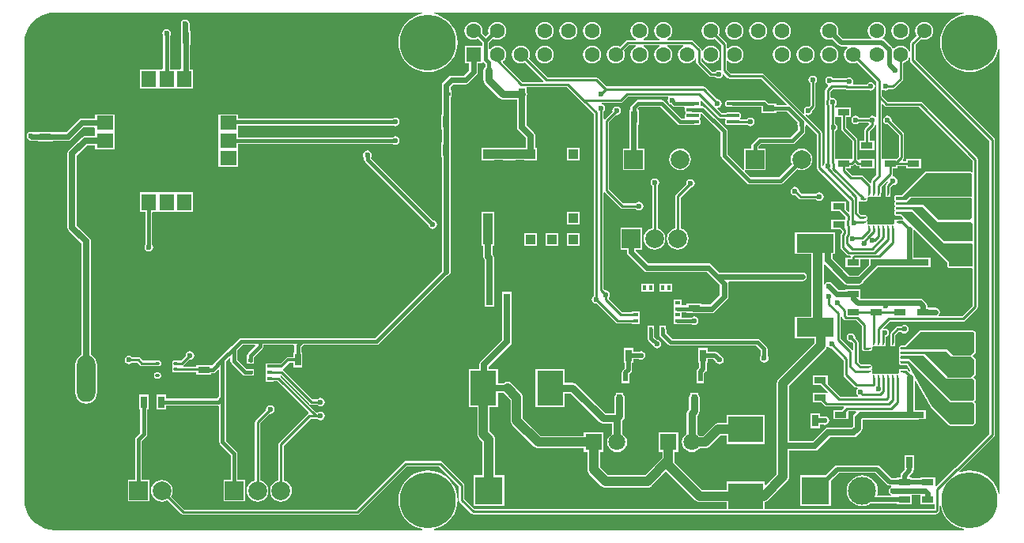
<source format=gtl>
G04*
G04 #@! TF.GenerationSoftware,Altium Limited,CircuitStudio,1.5.2 (1.5.2.30)*
G04*
G04 Layer_Physical_Order=1*
G04 Layer_Color=11767835*
%FSLAX25Y25*%
%MOIN*%
G70*
G01*
G75*
%ADD10R,0.02756X0.05118*%
%ADD11R,0.05118X0.02756*%
%ADD12R,0.01969X0.01378*%
%ADD13R,0.15748X0.07874*%
%ADD14R,0.15000X0.11000*%
%ADD15R,0.11000X0.15000*%
%ADD16R,0.13189X0.13189*%
%ADD17R,0.02165X0.01575*%
%ADD18R,0.01575X0.02165*%
G04:AMPARAMS|DCode=19|XSize=23.62mil|YSize=9.84mil|CornerRadius=2.46mil|HoleSize=0mil|Usage=FLASHONLY|Rotation=180.000|XOffset=0mil|YOffset=0mil|HoleType=Round|Shape=RoundedRectangle|*
%AMROUNDEDRECTD19*
21,1,0.02362,0.00492,0,0,180.0*
21,1,0.01870,0.00984,0,0,180.0*
1,1,0.00492,-0.00935,0.00246*
1,1,0.00492,0.00935,0.00246*
1,1,0.00492,0.00935,-0.00246*
1,1,0.00492,-0.00935,-0.00246*
%
%ADD19ROUNDEDRECTD19*%
%ADD20R,0.02362X0.00984*%
G04:AMPARAMS|DCode=21|XSize=23.62mil|YSize=9.84mil|CornerRadius=2.46mil|HoleSize=0mil|Usage=FLASHONLY|Rotation=270.000|XOffset=0mil|YOffset=0mil|HoleType=Round|Shape=RoundedRectangle|*
%AMROUNDEDRECTD21*
21,1,0.02362,0.00492,0,0,270.0*
21,1,0.01870,0.00984,0,0,270.0*
1,1,0.00492,-0.00246,-0.00935*
1,1,0.00492,-0.00246,0.00935*
1,1,0.00492,0.00246,0.00935*
1,1,0.00492,0.00246,-0.00935*
%
%ADD21ROUNDEDRECTD21*%
G04:AMPARAMS|DCode=22|XSize=96.46mil|YSize=96.46mil|CornerRadius=2.41mil|HoleSize=0mil|Usage=FLASHONLY|Rotation=0.000|XOffset=0mil|YOffset=0mil|HoleType=Round|Shape=RoundedRectangle|*
%AMROUNDEDRECTD22*
21,1,0.09646,0.09163,0,0,0.0*
21,1,0.09163,0.09646,0,0,0.0*
1,1,0.00482,0.04582,-0.04582*
1,1,0.00482,-0.04582,-0.04582*
1,1,0.00482,-0.04582,0.04582*
1,1,0.00482,0.04582,0.04582*
%
%ADD22ROUNDEDRECTD22*%
G04:AMPARAMS|DCode=23|XSize=53.15mil|YSize=15.75mil|CornerRadius=3.94mil|HoleSize=0mil|Usage=FLASHONLY|Rotation=0.000|XOffset=0mil|YOffset=0mil|HoleType=Round|Shape=RoundedRectangle|*
%AMROUNDEDRECTD23*
21,1,0.05315,0.00787,0,0,0.0*
21,1,0.04528,0.01575,0,0,0.0*
1,1,0.00787,0.02264,-0.00394*
1,1,0.00787,-0.02264,-0.00394*
1,1,0.00787,-0.02264,0.00394*
1,1,0.00787,0.02264,0.00394*
%
%ADD23ROUNDEDRECTD23*%
%ADD24R,0.05315X0.01575*%
%ADD25R,0.01929X0.01772*%
%ADD26R,0.07087X0.05906*%
%ADD27R,0.05906X0.07087*%
%ADD28R,0.01969X0.03150*%
G04:AMPARAMS|DCode=29|XSize=17.72mil|YSize=11.81mil|CornerRadius=1.18mil|HoleSize=0mil|Usage=FLASHONLY|Rotation=0.000|XOffset=0mil|YOffset=0mil|HoleType=Round|Shape=RoundedRectangle|*
%AMROUNDEDRECTD29*
21,1,0.01772,0.00945,0,0,0.0*
21,1,0.01535,0.01181,0,0,0.0*
1,1,0.00236,0.00768,-0.00472*
1,1,0.00236,-0.00768,-0.00472*
1,1,0.00236,-0.00768,0.00472*
1,1,0.00236,0.00768,0.00472*
%
%ADD29ROUNDEDRECTD29*%
%ADD30R,0.04173X0.04173*%
%ADD31C,0.00984*%
%ADD32C,0.02756*%
%ADD33C,0.01575*%
%ADD34C,0.02362*%
%ADD35C,0.01000*%
%ADD36C,0.01969*%
%ADD37C,0.03937*%
%ADD38C,0.01181*%
%ADD39C,0.03150*%
%ADD40C,0.07874*%
%ADD41R,0.07874X0.07874*%
%ADD42R,0.07087X0.07087*%
%ADD43C,0.07087*%
%ADD44R,0.11811X0.11811*%
%ADD45C,0.11811*%
%ADD46R,0.07874X0.07874*%
%ADD47C,0.23622*%
%ADD48R,0.06299X0.06299*%
%ADD49C,0.06299*%
%ADD50C,0.02362*%
%ADD51C,0.01575*%
%ADD52O,0.07874X0.13780*%
%ADD53O,0.07874X0.19685*%
G36*
X2027961Y1009988D02*
Y1000933D01*
X2027567Y1000539D01*
X2001976D01*
X2000402Y998965D01*
X1996071D01*
Y1000539D01*
X1998827D01*
X2008669Y1010382D01*
X2027567D01*
X2027961Y1009988D01*
D02*
G37*
G36*
X2024650Y1077658D02*
X2023326Y1077340D01*
X2021521Y1076593D01*
X2019856Y1075572D01*
X2018370Y1074303D01*
X2017101Y1072818D01*
X2016081Y1071152D01*
X2015333Y1069347D01*
X2014877Y1067447D01*
X2014724Y1065500D01*
X2014877Y1063552D01*
X2015333Y1061653D01*
X2016081Y1059848D01*
X2017101Y1058182D01*
X2018370Y1056697D01*
X2019856Y1055428D01*
X2021521Y1054408D01*
X2023326Y1053660D01*
X2025226Y1053204D01*
X2027173Y1053051D01*
X2029121Y1053204D01*
X2031020Y1053660D01*
X2032825Y1054408D01*
X2034491Y1055428D01*
X2035976Y1056697D01*
X2037245Y1058182D01*
X2038266Y1059848D01*
X2039013Y1061653D01*
X2039331Y1062977D01*
X2039831Y1062918D01*
Y875169D01*
X2039331Y875110D01*
X2039013Y876434D01*
X2038266Y878238D01*
X2037245Y879904D01*
X2035976Y881390D01*
X2034491Y882658D01*
X2032825Y883679D01*
X2031020Y884427D01*
X2029121Y884883D01*
X2027173Y885036D01*
X2025226Y884883D01*
X2023326Y884427D01*
X2023065Y884318D01*
X2022767Y884705D01*
X2037415Y899353D01*
X2037415Y899353D01*
X2037658Y899716D01*
X2037744Y900146D01*
Y1024555D01*
X2037744Y1024555D01*
X2037658Y1024984D01*
X2037415Y1025348D01*
X2037415Y1025348D01*
X2004279Y1058484D01*
Y1064642D01*
X2006642Y1067004D01*
X2007021Y1066847D01*
X2008000Y1066718D01*
X2008979Y1066847D01*
X2009891Y1067225D01*
X2010674Y1067826D01*
X2011275Y1068609D01*
X2011653Y1069521D01*
X2011782Y1070500D01*
X2011653Y1071479D01*
X2011275Y1072391D01*
X2010674Y1073174D01*
X2009891Y1073775D01*
X2008979Y1074153D01*
X2008000Y1074282D01*
X2007021Y1074153D01*
X2006109Y1073775D01*
X2005326Y1073174D01*
X2004725Y1072391D01*
X2004347Y1071479D01*
X2004218Y1070500D01*
X2004347Y1069521D01*
X2004725Y1068609D01*
X2004876Y1068411D01*
X2002364Y1065899D01*
X2002121Y1065536D01*
X2002036Y1065106D01*
X2002036Y1065106D01*
Y1061861D01*
X2001536Y1061762D01*
X2001275Y1062391D01*
X2000674Y1063174D01*
X1999891Y1063775D01*
X1998979Y1064153D01*
X1998000Y1064282D01*
X1997021Y1064153D01*
X1996109Y1063775D01*
X1995326Y1063174D01*
X1995225Y1063042D01*
X1994673Y1063145D01*
X1994408Y1063541D01*
X1991307Y1066642D01*
X1990784Y1066992D01*
X1990487Y1067051D01*
X1990362Y1067586D01*
X1990674Y1067826D01*
X1991275Y1068609D01*
X1991653Y1069521D01*
X1991782Y1070500D01*
X1991653Y1071479D01*
X1991275Y1072391D01*
X1990674Y1073174D01*
X1989891Y1073775D01*
X1988979Y1074153D01*
X1988000Y1074282D01*
X1987021Y1074153D01*
X1986109Y1073775D01*
X1985326Y1073174D01*
X1984725Y1072391D01*
X1984347Y1071479D01*
X1984218Y1070500D01*
X1984347Y1069521D01*
X1984725Y1068609D01*
X1985326Y1067826D01*
X1985600Y1067615D01*
X1985430Y1067115D01*
X1973669D01*
X1971539Y1069246D01*
X1971653Y1069521D01*
X1971782Y1070500D01*
X1971653Y1071479D01*
X1971275Y1072391D01*
X1970674Y1073174D01*
X1969891Y1073775D01*
X1968979Y1074153D01*
X1968000Y1074282D01*
X1967021Y1074153D01*
X1966109Y1073775D01*
X1965326Y1073174D01*
X1964725Y1072391D01*
X1964347Y1071479D01*
X1964218Y1070500D01*
X1964347Y1069521D01*
X1964725Y1068609D01*
X1965326Y1067826D01*
X1966109Y1067225D01*
X1967021Y1066847D01*
X1968000Y1066718D01*
X1968979Y1066847D01*
X1969254Y1066961D01*
X1971858Y1064358D01*
X1972382Y1064008D01*
X1973000Y1063885D01*
X1975430D01*
X1975600Y1063385D01*
X1975326Y1063174D01*
X1974725Y1062391D01*
X1974347Y1061479D01*
X1974218Y1060500D01*
X1974347Y1059521D01*
X1974725Y1058609D01*
X1975326Y1057826D01*
X1976109Y1057225D01*
X1977021Y1056847D01*
X1978000Y1056718D01*
X1978979Y1056847D01*
X1979756Y1057169D01*
X1987871Y1049055D01*
Y1042665D01*
Y1034402D01*
X1987371Y1034202D01*
X1986923Y1034501D01*
X1986228Y1034639D01*
X1985533Y1034501D01*
X1984944Y1034107D01*
X1984830Y1033936D01*
X1980540D01*
X1980426Y1034107D01*
X1979837Y1034501D01*
X1979142Y1034639D01*
X1978447Y1034501D01*
X1977858Y1034107D01*
X1977464Y1033518D01*
X1977326Y1032823D01*
X1977464Y1032128D01*
X1977858Y1031539D01*
X1978447Y1031145D01*
X1979142Y1031007D01*
X1979837Y1031145D01*
X1980426Y1031539D01*
X1980540Y1031709D01*
X1984497D01*
X1984869Y1031225D01*
X1984820Y1031021D01*
X1983079Y1029280D01*
X1982837Y1028918D01*
X1982753Y1028492D01*
Y1023974D01*
X1980707D01*
Y1020018D01*
X1987025D01*
Y1023974D01*
X1984980D01*
Y1028031D01*
X1987016Y1030067D01*
X1987016Y1030067D01*
X1987177Y1030308D01*
X1987257Y1030428D01*
X1987342Y1030854D01*
X1987342Y1030854D01*
Y1030917D01*
X1987371Y1030936D01*
X1987871Y1030671D01*
Y1009662D01*
X1986032Y1007823D01*
X1985790Y1007462D01*
X1985705Y1007035D01*
Y1006494D01*
X1985205Y1006287D01*
X1982291Y1009201D01*
X1981930Y1009442D01*
X1981504Y1009527D01*
X1977634D01*
X1975137Y1012024D01*
Y1012538D01*
X1977183D01*
Y1013402D01*
X1977370D01*
X1977796Y1013487D01*
X1978157Y1013728D01*
X1978498Y1014069D01*
X1978998D01*
X1979339Y1013728D01*
X1979339Y1013728D01*
X1979580Y1013567D01*
X1979700Y1013487D01*
X1980126Y1013402D01*
X1980126Y1013402D01*
X1980707D01*
Y1012538D01*
X1987025D01*
Y1016494D01*
X1980707D01*
Y1016216D01*
X1980207Y1016009D01*
X1979861Y1016355D01*
Y1024555D01*
X1979777Y1024981D01*
X1979535Y1025342D01*
X1979535Y1025342D01*
X1975137Y1029741D01*
Y1034191D01*
X1977183D01*
Y1038147D01*
X1970865D01*
Y1038147D01*
X1970413Y1038264D01*
Y1038905D01*
X1970583Y1039019D01*
X1970977Y1039608D01*
X1971115Y1040303D01*
X1970977Y1040998D01*
X1970583Y1041587D01*
X1969994Y1041981D01*
X1969299Y1042119D01*
X1968944Y1042048D01*
X1968444Y1042430D01*
Y1044960D01*
X1969367Y1045883D01*
X1974689D01*
X1975018Y1045663D01*
X1975444Y1045578D01*
X1984358D01*
X1984746Y1045318D01*
X1985441Y1045180D01*
X1986136Y1045318D01*
X1986725Y1045712D01*
X1987119Y1046301D01*
X1987257Y1046996D01*
X1987119Y1047691D01*
X1986725Y1048280D01*
X1986136Y1048674D01*
X1985441Y1048812D01*
X1984746Y1048674D01*
X1984157Y1048280D01*
X1983839Y1047805D01*
X1978283D01*
X1978076Y1048193D01*
X1978071Y1048305D01*
X1978202Y1048965D01*
X1978064Y1049660D01*
X1977670Y1050249D01*
X1977081Y1050642D01*
X1976386Y1050781D01*
X1975691Y1050642D01*
X1975436Y1050472D01*
X1969516D01*
X1969402Y1050642D01*
X1968813Y1051036D01*
X1968118Y1051174D01*
X1967423Y1051036D01*
X1966834Y1050642D01*
X1966440Y1050053D01*
X1966302Y1049358D01*
X1966440Y1048663D01*
X1966834Y1048074D01*
X1967354Y1047727D01*
X1967534Y1047199D01*
X1966543Y1046209D01*
X1966302Y1045847D01*
X1966217Y1045421D01*
Y1042000D01*
X1965997Y1041671D01*
X1965912Y1041245D01*
Y1039361D01*
X1965997Y1038935D01*
X1966217Y1038606D01*
Y1014930D01*
X1966047Y1014816D01*
X1965653Y1014226D01*
X1965534Y1013626D01*
X1965241Y1013430D01*
X1965040Y1013356D01*
X1964901Y1013449D01*
Y1027311D01*
X1964816Y1027737D01*
X1964575Y1028098D01*
X1957839Y1034834D01*
X1958158Y1035223D01*
X1958368Y1035082D01*
X1959063Y1034944D01*
X1959758Y1035082D01*
X1960347Y1035476D01*
X1960741Y1036065D01*
X1960879Y1036760D01*
X1960839Y1036961D01*
X1961819Y1037941D01*
X1962060Y1038302D01*
X1962145Y1038728D01*
Y1048354D01*
X1962316Y1048468D01*
X1962709Y1049057D01*
X1962848Y1049752D01*
X1962709Y1050447D01*
X1962316Y1051036D01*
X1961726Y1051430D01*
X1961032Y1051568D01*
X1960336Y1051430D01*
X1959747Y1051036D01*
X1959354Y1050447D01*
X1959216Y1049752D01*
X1959354Y1049057D01*
X1959747Y1048468D01*
X1959918Y1048354D01*
Y1039190D01*
X1959264Y1038536D01*
X1959063Y1038576D01*
X1958368Y1038438D01*
X1957779Y1038044D01*
X1957385Y1037455D01*
X1957247Y1036760D01*
X1957385Y1036065D01*
X1957526Y1035854D01*
X1957138Y1035536D01*
X1940559Y1052114D01*
X1940198Y1052355D01*
X1939772Y1052440D01*
X1926453D01*
X1924743Y1054150D01*
Y1057807D01*
X1925217Y1057968D01*
X1925326Y1057826D01*
X1926109Y1057225D01*
X1927021Y1056847D01*
X1928000Y1056718D01*
X1928979Y1056847D01*
X1929891Y1057225D01*
X1930674Y1057826D01*
X1931275Y1058609D01*
X1931653Y1059521D01*
X1931782Y1060500D01*
X1931653Y1061479D01*
X1931275Y1062391D01*
X1930674Y1063174D01*
X1929891Y1063775D01*
X1928979Y1064153D01*
X1928000Y1064282D01*
X1927021Y1064153D01*
X1926109Y1063775D01*
X1925326Y1063174D01*
X1925217Y1063032D01*
X1924743Y1063193D01*
Y1064870D01*
X1924659Y1065296D01*
X1924417Y1065658D01*
X1921331Y1068744D01*
X1921653Y1069521D01*
X1921782Y1070500D01*
X1921653Y1071479D01*
X1921275Y1072391D01*
X1920674Y1073174D01*
X1919891Y1073775D01*
X1918979Y1074153D01*
X1918000Y1074282D01*
X1917021Y1074153D01*
X1916109Y1073775D01*
X1915326Y1073174D01*
X1914725Y1072391D01*
X1914347Y1071479D01*
X1914218Y1070500D01*
X1914347Y1069521D01*
X1914725Y1068609D01*
X1915326Y1067826D01*
X1916109Y1067225D01*
X1917021Y1066847D01*
X1918000Y1066718D01*
X1918979Y1066847D01*
X1919756Y1067169D01*
X1922516Y1064409D01*
Y1054023D01*
X1922016Y1053756D01*
X1921963Y1053792D01*
X1921268Y1053930D01*
X1920573Y1053792D01*
X1919984Y1053398D01*
X1919870Y1053228D01*
X1918579D01*
X1914113Y1057693D01*
Y1058778D01*
X1914614Y1058877D01*
X1914725Y1058609D01*
X1915326Y1057826D01*
X1916109Y1057225D01*
X1917021Y1056847D01*
X1918000Y1056718D01*
X1918979Y1056847D01*
X1919891Y1057225D01*
X1920674Y1057826D01*
X1921275Y1058609D01*
X1921653Y1059521D01*
X1921782Y1060500D01*
X1921653Y1061479D01*
X1921275Y1062391D01*
X1920674Y1063174D01*
X1919891Y1063775D01*
X1918979Y1064153D01*
X1918000Y1064282D01*
X1917021Y1064153D01*
X1916109Y1063775D01*
X1915326Y1063174D01*
X1914725Y1062391D01*
X1914614Y1062123D01*
X1914113Y1062222D01*
Y1062350D01*
X1914029Y1062776D01*
X1913787Y1063138D01*
X1910638Y1066287D01*
X1910276Y1066529D01*
X1909850Y1066613D01*
X1899722D01*
X1899623Y1067113D01*
X1899891Y1067225D01*
X1900674Y1067826D01*
X1901275Y1068609D01*
X1901653Y1069521D01*
X1901782Y1070500D01*
X1901653Y1071479D01*
X1901275Y1072391D01*
X1900674Y1073174D01*
X1899891Y1073775D01*
X1898979Y1074153D01*
X1898000Y1074282D01*
X1897021Y1074153D01*
X1896109Y1073775D01*
X1895326Y1073174D01*
X1894725Y1072391D01*
X1894347Y1071479D01*
X1894218Y1070500D01*
X1894347Y1069521D01*
X1894725Y1068609D01*
X1895326Y1067826D01*
X1896109Y1067225D01*
X1896378Y1067113D01*
X1896278Y1066613D01*
X1889722D01*
X1889622Y1067113D01*
X1889891Y1067225D01*
X1890674Y1067826D01*
X1891275Y1068609D01*
X1891653Y1069521D01*
X1891782Y1070500D01*
X1891653Y1071479D01*
X1891275Y1072391D01*
X1890674Y1073174D01*
X1889891Y1073775D01*
X1888979Y1074153D01*
X1888000Y1074282D01*
X1887021Y1074153D01*
X1886109Y1073775D01*
X1885326Y1073174D01*
X1884725Y1072391D01*
X1884347Y1071479D01*
X1884218Y1070500D01*
X1884347Y1069521D01*
X1884725Y1068609D01*
X1885326Y1067826D01*
X1886109Y1067225D01*
X1886378Y1067113D01*
X1886278Y1066613D01*
X1883000D01*
X1883000Y1066613D01*
X1882645Y1066543D01*
X1882574Y1066529D01*
X1882213Y1066287D01*
X1879756Y1063831D01*
X1878979Y1064153D01*
X1878000Y1064282D01*
X1877021Y1064153D01*
X1876109Y1063775D01*
X1875326Y1063174D01*
X1874725Y1062391D01*
X1874347Y1061479D01*
X1874218Y1060500D01*
X1874347Y1059521D01*
X1874725Y1058609D01*
X1875326Y1057826D01*
X1876109Y1057225D01*
X1877021Y1056847D01*
X1878000Y1056718D01*
X1878979Y1056847D01*
X1879891Y1057225D01*
X1880674Y1057826D01*
X1881275Y1058609D01*
X1881653Y1059521D01*
X1881782Y1060500D01*
X1881653Y1061479D01*
X1881331Y1062256D01*
X1883461Y1064386D01*
X1886278D01*
X1886378Y1063887D01*
X1886109Y1063775D01*
X1885326Y1063174D01*
X1884725Y1062391D01*
X1884347Y1061479D01*
X1884218Y1060500D01*
X1884347Y1059521D01*
X1884725Y1058609D01*
X1885326Y1057826D01*
X1886109Y1057225D01*
X1887021Y1056847D01*
X1888000Y1056718D01*
X1888979Y1056847D01*
X1889891Y1057225D01*
X1890674Y1057826D01*
X1891275Y1058609D01*
X1891653Y1059521D01*
X1891782Y1060500D01*
X1891653Y1061479D01*
X1891275Y1062391D01*
X1890674Y1063174D01*
X1889891Y1063775D01*
X1889622Y1063887D01*
X1889722Y1064386D01*
X1896278D01*
X1896378Y1063887D01*
X1896109Y1063775D01*
X1895326Y1063174D01*
X1894725Y1062391D01*
X1894347Y1061479D01*
X1894218Y1060500D01*
X1894347Y1059521D01*
X1894725Y1058609D01*
X1895326Y1057826D01*
X1896109Y1057225D01*
X1897021Y1056847D01*
X1898000Y1056718D01*
X1898979Y1056847D01*
X1899891Y1057225D01*
X1900674Y1057826D01*
X1901275Y1058609D01*
X1901653Y1059521D01*
X1901782Y1060500D01*
X1901653Y1061479D01*
X1901275Y1062391D01*
X1900674Y1063174D01*
X1899891Y1063775D01*
X1899623Y1063887D01*
X1899722Y1064386D01*
X1906278D01*
X1906377Y1063887D01*
X1906109Y1063775D01*
X1905326Y1063174D01*
X1904725Y1062391D01*
X1904347Y1061479D01*
X1904218Y1060500D01*
X1904347Y1059521D01*
X1904725Y1058609D01*
X1905326Y1057826D01*
X1906109Y1057225D01*
X1907021Y1056847D01*
X1908000Y1056718D01*
X1908979Y1056847D01*
X1909891Y1057225D01*
X1910674Y1057826D01*
X1911275Y1058609D01*
X1911386Y1058877D01*
X1911886Y1058778D01*
Y1057232D01*
X1911971Y1056806D01*
X1912213Y1056445D01*
X1917331Y1051327D01*
X1917692Y1051085D01*
X1918118Y1051001D01*
X1919870D01*
X1919984Y1050830D01*
X1920573Y1050436D01*
X1921268Y1050298D01*
X1921963Y1050436D01*
X1922552Y1050830D01*
X1922946Y1051419D01*
X1923057Y1051980D01*
X1923536Y1052208D01*
X1925205Y1050539D01*
X1925566Y1050298D01*
X1925992Y1050213D01*
X1939310D01*
X1949903Y1039621D01*
X1949712Y1039159D01*
X1945687D01*
Y1039722D01*
X1942550D01*
X1941461Y1040811D01*
X1941002Y1041118D01*
X1940461Y1041226D01*
X1927370D01*
X1927331Y1041218D01*
X1925106D01*
X1924719Y1041141D01*
X1924390Y1040921D01*
X1924170Y1040592D01*
X1924093Y1040205D01*
Y1039417D01*
X1924170Y1039030D01*
X1924390Y1038701D01*
X1924719Y1038481D01*
X1925106Y1038404D01*
X1927331D01*
X1927370Y1038396D01*
X1939368D01*
Y1035766D01*
X1945687D01*
Y1036329D01*
X1950110D01*
X1954607Y1031833D01*
X1954491Y1031248D01*
X1954629Y1030553D01*
X1954893Y1030159D01*
Y1028684D01*
X1951784Y1025576D01*
X1938591D01*
X1938049Y1025468D01*
X1937590Y1025162D01*
X1935622Y1023193D01*
X1935315Y1022734D01*
X1935208Y1022193D01*
Y1020824D01*
X1932085D01*
Y1012115D01*
X1931585Y1011908D01*
X1925044Y1018448D01*
Y1028098D01*
X1924937Y1028640D01*
X1924630Y1029099D01*
X1915477Y1038252D01*
X1915018Y1038559D01*
X1914476Y1038667D01*
X1913698D01*
Y1040855D01*
X1914198Y1041062D01*
X1921361Y1033900D01*
X1921361Y1033900D01*
X1921724Y1033657D01*
X1922153Y1033571D01*
X1924048D01*
X1924272Y1033076D01*
X1924269Y1033062D01*
X1924170Y1032915D01*
X1924093Y1032528D01*
Y1031740D01*
X1924170Y1031352D01*
X1924390Y1031024D01*
X1924719Y1030804D01*
X1925106Y1030727D01*
X1929634D01*
X1930022Y1030804D01*
X1930186Y1030914D01*
X1933261D01*
X1933369Y1030751D01*
X1933959Y1030358D01*
X1934653Y1030219D01*
X1935349Y1030358D01*
X1935938Y1030751D01*
X1936331Y1031341D01*
X1936469Y1032035D01*
X1936331Y1032730D01*
X1935938Y1033319D01*
X1935349Y1033713D01*
X1934653Y1033851D01*
X1933959Y1033713D01*
X1933369Y1033319D01*
X1933261Y1033157D01*
X1930703D01*
X1930429Y1033581D01*
X1930472Y1033764D01*
X1930570Y1033912D01*
X1930647Y1034299D01*
Y1035087D01*
X1930570Y1035474D01*
X1930350Y1035803D01*
X1930022Y1036023D01*
X1929634Y1036100D01*
X1925106D01*
X1924719Y1036023D01*
X1924407Y1035814D01*
X1922618D01*
X1920794Y1037638D01*
X1921018Y1038122D01*
X1921569Y1038232D01*
X1922158Y1038625D01*
X1922552Y1039215D01*
X1922690Y1039909D01*
X1922552Y1040604D01*
X1922158Y1041193D01*
X1921569Y1041587D01*
X1920874Y1041725D01*
X1920682Y1041687D01*
X1915730Y1046640D01*
X1915366Y1046883D01*
X1914937Y1046968D01*
X1914937Y1046968D01*
X1874063D01*
X1870486Y1050545D01*
X1870122Y1050788D01*
X1869693Y1050873D01*
X1869693Y1050873D01*
X1849213D01*
X1841334Y1058752D01*
X1841653Y1059521D01*
X1841782Y1060500D01*
X1841653Y1061479D01*
X1841275Y1062391D01*
X1840674Y1063174D01*
X1839891Y1063775D01*
X1838979Y1064153D01*
X1838000Y1064282D01*
X1837021Y1064153D01*
X1836109Y1063775D01*
X1835326Y1063174D01*
X1834725Y1062391D01*
X1834347Y1061479D01*
X1834218Y1060500D01*
X1834347Y1059521D01*
X1834725Y1058609D01*
X1835326Y1057826D01*
X1836109Y1057225D01*
X1837021Y1056847D01*
X1838000Y1056718D01*
X1838979Y1056847D01*
X1839748Y1057166D01*
X1847509Y1049405D01*
X1847302Y1048905D01*
X1838661D01*
X1830414Y1057152D01*
X1830447Y1057651D01*
X1830674Y1057826D01*
X1831275Y1058609D01*
X1831653Y1059521D01*
X1831782Y1060500D01*
X1831653Y1061479D01*
X1831275Y1062391D01*
X1830674Y1063174D01*
X1829891Y1063775D01*
X1828979Y1064153D01*
X1828000Y1064282D01*
X1827021Y1064153D01*
X1826109Y1063775D01*
X1825326Y1063174D01*
X1824978Y1062720D01*
X1824478Y1062890D01*
Y1065528D01*
X1826155Y1067206D01*
X1827021Y1066847D01*
X1828000Y1066718D01*
X1828979Y1066847D01*
X1829891Y1067225D01*
X1830674Y1067826D01*
X1831275Y1068609D01*
X1831653Y1069521D01*
X1831782Y1070500D01*
X1831653Y1071479D01*
X1831275Y1072391D01*
X1830674Y1073174D01*
X1829891Y1073775D01*
X1828979Y1074153D01*
X1828000Y1074282D01*
X1827021Y1074153D01*
X1826109Y1073775D01*
X1825326Y1073174D01*
X1824725Y1072391D01*
X1824347Y1071479D01*
X1824218Y1070500D01*
X1824347Y1069521D01*
X1824383Y1069435D01*
X1823063Y1068115D01*
X1821654Y1069524D01*
X1821782Y1070500D01*
X1821653Y1071479D01*
X1821275Y1072391D01*
X1820674Y1073174D01*
X1819891Y1073775D01*
X1818979Y1074153D01*
X1818000Y1074282D01*
X1817021Y1074153D01*
X1816109Y1073775D01*
X1815326Y1073174D01*
X1814725Y1072391D01*
X1814347Y1071479D01*
X1814218Y1070500D01*
X1814347Y1069521D01*
X1814725Y1068609D01*
X1815326Y1067826D01*
X1816109Y1067225D01*
X1817021Y1066847D01*
X1818000Y1066718D01*
X1818979Y1066847D01*
X1819891Y1067225D01*
X1819925Y1067251D01*
X1821648Y1065528D01*
Y1064250D01*
X1814250D01*
Y1056750D01*
X1816184D01*
Y1053929D01*
X1813823Y1051568D01*
X1808669D01*
X1807974Y1051430D01*
X1807385Y1051036D01*
X1805220Y1048871D01*
X1804826Y1048282D01*
X1804688Y1047587D01*
Y1035194D01*
X1804526D01*
Y1028876D01*
X1804688D01*
Y1023384D01*
X1804526D01*
Y1017065D01*
X1804688D01*
Y969031D01*
X1776587Y940930D01*
X1745677D01*
X1745677Y940930D01*
X1720087D01*
X1719545Y940823D01*
X1719086Y940516D01*
X1715937Y937366D01*
X1711212Y932642D01*
X1707947Y929377D01*
X1707498Y929486D01*
Y929486D01*
X1707498Y929486D01*
X1701180D01*
Y928826D01*
X1695815D01*
X1695663Y929326D01*
X1695880Y929471D01*
X1698241Y931832D01*
X1698433Y931794D01*
X1699128Y931933D01*
X1699717Y932326D01*
X1700111Y932915D01*
X1700249Y933610D01*
X1700111Y934305D01*
X1699717Y934894D01*
X1699128Y935288D01*
X1698433Y935426D01*
X1697738Y935288D01*
X1697149Y934894D01*
X1696755Y934305D01*
X1696617Y933610D01*
X1696655Y933418D01*
X1694622Y931385D01*
X1693518D01*
X1693477Y931413D01*
X1693197Y931468D01*
X1691661D01*
X1691381Y931413D01*
X1691144Y931254D01*
X1690985Y931016D01*
X1690929Y930736D01*
Y929791D01*
X1690944Y929718D01*
X1690985Y929511D01*
X1691095Y929347D01*
X1691142Y929277D01*
X1691144Y929273D01*
X1691144Y928984D01*
X1691144Y928695D01*
X1691142Y928692D01*
X1691095Y928621D01*
X1690985Y928457D01*
X1690944Y928251D01*
X1690929Y928177D01*
Y927232D01*
X1690985Y926952D01*
X1691144Y926715D01*
X1691381Y926556D01*
X1691661Y926500D01*
X1693197D01*
X1693477Y926556D01*
X1693518Y926583D01*
X1701180D01*
Y925530D01*
X1707498D01*
Y926093D01*
X1708079D01*
X1708620Y926201D01*
X1709079Y926508D01*
X1710336Y927765D01*
X1710798Y927573D01*
Y916480D01*
X1709658Y915340D01*
X1688403D01*
Y917084D01*
X1684447D01*
Y910766D01*
X1688403D01*
Y912511D01*
X1710244D01*
X1710298Y912521D01*
X1710798Y912111D01*
Y896996D01*
X1710906Y896455D01*
X1711212Y895996D01*
X1715719Y891489D01*
Y881061D01*
X1712597D01*
Y871987D01*
X1721671D01*
Y881061D01*
X1718548D01*
Y892075D01*
X1718441Y892616D01*
X1718134Y893075D01*
X1713627Y897582D01*
Y915894D01*
Y931056D01*
X1715060Y932489D01*
X1715522Y932298D01*
Y931248D01*
X1715630Y930707D01*
X1715937Y930248D01*
X1720760Y925425D01*
X1721218Y925118D01*
X1721760Y925011D01*
X1723925D01*
X1724467Y925118D01*
X1724493Y925136D01*
X1725509D01*
Y927714D01*
X1724493D01*
X1724467Y927732D01*
X1723925Y927840D01*
X1722346D01*
X1718352Y931834D01*
Y935780D01*
X1720673Y938101D01*
X1725861D01*
X1726052Y937639D01*
X1722925Y934512D01*
X1722618Y934053D01*
X1722511Y933512D01*
Y932832D01*
X1722341D01*
Y930254D01*
X1723357D01*
X1723384Y930236D01*
X1723925Y930129D01*
X1724467Y930236D01*
X1724493Y930254D01*
X1725509D01*
Y932832D01*
X1725509Y932832D01*
X1725509D01*
X1725509Y932832D01*
X1725677Y933263D01*
X1728961Y936547D01*
X1729268Y937006D01*
X1729375Y937547D01*
Y938101D01*
X1742198D01*
X1742491Y937744D01*
Y934801D01*
X1741928D01*
Y932856D01*
X1739772D01*
X1739307Y932763D01*
X1738913Y932500D01*
X1738913Y932500D01*
X1736611Y930198D01*
X1733580D01*
Y930273D01*
X1730412D01*
Y927695D01*
Y925136D01*
Y922577D01*
X1733580D01*
Y922745D01*
X1735272D01*
X1748442Y909575D01*
X1748425Y909378D01*
X1748311Y908998D01*
X1748034Y908813D01*
X1748034Y908813D01*
X1736026Y896805D01*
X1735783Y896441D01*
X1735697Y896012D01*
X1735697Y896012D01*
Y880952D01*
X1735634Y880944D01*
X1734531Y880487D01*
X1733583Y879759D01*
X1732856Y878812D01*
X1732399Y877708D01*
X1732243Y876524D01*
X1732399Y875339D01*
X1732856Y874236D01*
X1733583Y873288D01*
X1734531Y872561D01*
X1735634Y872103D01*
X1736819Y871947D01*
X1738003Y872103D01*
X1739107Y872561D01*
X1740055Y873288D01*
X1740782Y874236D01*
X1741239Y875339D01*
X1741395Y876524D01*
X1741239Y877708D01*
X1740782Y878812D01*
X1740055Y879759D01*
X1739107Y880487D01*
X1738003Y880944D01*
X1737940Y880952D01*
Y895547D01*
X1749291Y906898D01*
X1752159D01*
X1752267Y906736D01*
X1752856Y906342D01*
X1753551Y906204D01*
X1754246Y906342D01*
X1754835Y906736D01*
X1755229Y907325D01*
X1755367Y908020D01*
X1755229Y908715D01*
X1754835Y909304D01*
X1754246Y909698D01*
X1753551Y909836D01*
X1752856Y909698D01*
X1752267Y909304D01*
X1751753Y909435D01*
X1736709Y924479D01*
X1736845Y925029D01*
X1736909Y925045D01*
X1748821Y913132D01*
X1748821Y913132D01*
X1749185Y912889D01*
X1749614Y912804D01*
X1749614Y912804D01*
X1752159D01*
X1752267Y912641D01*
X1752856Y912247D01*
X1753551Y912109D01*
X1754246Y912247D01*
X1754835Y912641D01*
X1755229Y913230D01*
X1755367Y913925D01*
X1755229Y914620D01*
X1754835Y915209D01*
X1754246Y915603D01*
X1753551Y915741D01*
X1752856Y915603D01*
X1752267Y915209D01*
X1752159Y915047D01*
X1750079D01*
X1737907Y927218D01*
X1737676Y927372D01*
X1737638Y927566D01*
X1737648Y927827D01*
X1737676Y927928D01*
X1737972Y928126D01*
X1740274Y930428D01*
X1741928D01*
Y928483D01*
X1745884D01*
Y934801D01*
X1745320D01*
Y937158D01*
X1746263Y938101D01*
X1777173D01*
X1777715Y938209D01*
X1778173Y938515D01*
X1806734Y967076D01*
X1807199Y967169D01*
X1807788Y967562D01*
X1807867Y967680D01*
X1807985Y967759D01*
X1808379Y968348D01*
X1808517Y969043D01*
X1808379Y969738D01*
X1808320Y969826D01*
Y1009599D01*
X1808379Y1009687D01*
X1808517Y1010382D01*
X1808379Y1011077D01*
X1808320Y1011165D01*
Y1017065D01*
X1808482D01*
Y1023384D01*
X1808320D01*
Y1028876D01*
X1808482D01*
Y1035194D01*
X1808320D01*
Y1042361D01*
X1808817D01*
Y1045332D01*
X1808320D01*
Y1046834D01*
X1809422Y1047936D01*
X1814575D01*
X1815270Y1048074D01*
X1815859Y1048468D01*
X1819284Y1051893D01*
X1819678Y1052482D01*
X1819816Y1053177D01*
Y1056750D01*
X1821750D01*
Y1057061D01*
X1822250Y1057268D01*
X1823003Y1056515D01*
Y1055359D01*
X1822849Y1055257D01*
X1822369Y1054538D01*
X1822200Y1053689D01*
Y1049752D01*
X1822200Y1049752D01*
X1822341Y1049044D01*
X1822369Y1048903D01*
X1822849Y1048184D01*
X1828755Y1042278D01*
X1828755Y1042278D01*
X1829474Y1041798D01*
X1830323Y1041629D01*
X1836377D01*
Y1035972D01*
X1836416Y1035778D01*
Y1034199D01*
X1836377Y1034004D01*
Y1029870D01*
X1836530Y1029098D01*
X1836968Y1028444D01*
X1840117Y1025295D01*
Y1021257D01*
X1839447D01*
Y1021161D01*
X1835805D01*
Y1021257D01*
X1830432D01*
Y1021161D01*
X1826789D01*
Y1021257D01*
X1821416D01*
Y1015884D01*
X1826789D01*
Y1015980D01*
X1830432D01*
Y1015884D01*
X1835805D01*
Y1015980D01*
X1839447D01*
Y1015884D01*
X1844821D01*
Y1021257D01*
X1844151D01*
Y1026130D01*
X1843997Y1026902D01*
X1843560Y1027556D01*
X1840410Y1030705D01*
Y1034004D01*
X1840372Y1034199D01*
Y1035778D01*
X1840410Y1035972D01*
Y1042950D01*
X1840442Y1042998D01*
X1840611Y1043847D01*
X1840442Y1044695D01*
X1840372Y1044801D01*
Y1046662D01*
X1857417D01*
X1863585Y1040494D01*
X1863585Y1040494D01*
X1868571Y1035508D01*
Y958625D01*
X1868409Y958516D01*
X1868015Y957927D01*
X1867877Y957232D01*
X1868015Y956537D01*
X1868409Y955948D01*
X1868998Y955554D01*
X1869693Y955416D01*
X1869885Y955454D01*
X1877955Y947384D01*
X1878319Y947141D01*
X1878748Y947056D01*
X1878748Y947056D01*
X1884743D01*
Y946790D01*
X1888108D01*
Y949349D01*
Y952124D01*
X1884743D01*
Y951858D01*
X1880622D01*
X1875064Y957416D01*
X1874914Y957917D01*
X1875308Y958506D01*
X1875446Y959201D01*
X1875308Y959896D01*
X1874914Y960485D01*
X1874325Y960878D01*
X1873630Y961017D01*
X1873464Y960984D01*
X1872815Y961634D01*
Y1002239D01*
X1873007Y1002361D01*
X1873314Y1002430D01*
X1879929Y995815D01*
X1879929Y995815D01*
X1880290Y995574D01*
X1880717Y995489D01*
X1886405D01*
X1886519Y995318D01*
X1887108Y994925D01*
X1887803Y994786D01*
X1888498Y994925D01*
X1889087Y995318D01*
X1889481Y995907D01*
X1889619Y996602D01*
X1889481Y997297D01*
X1889087Y997886D01*
X1888498Y998280D01*
X1887803Y998418D01*
X1887108Y998280D01*
X1886519Y997886D01*
X1886405Y997716D01*
X1881178D01*
X1875137Y1003757D01*
Y1031968D01*
X1878153Y1034984D01*
X1878354Y1034944D01*
X1879049Y1035082D01*
X1879638Y1035476D01*
X1880032Y1036065D01*
X1880170Y1036760D01*
X1880032Y1037455D01*
X1879638Y1038044D01*
X1879049Y1038438D01*
X1878354Y1038576D01*
X1877659Y1038438D01*
X1877070Y1038044D01*
X1876677Y1037455D01*
X1876538Y1036760D01*
X1876578Y1036559D01*
X1873314Y1033295D01*
X1873007Y1033363D01*
X1872815Y1033485D01*
Y1036569D01*
X1872946Y1036657D01*
X1873339Y1037246D01*
X1873477Y1037941D01*
X1873339Y1038636D01*
X1872946Y1039225D01*
X1872356Y1039619D01*
X1872119Y1039666D01*
X1872169Y1040166D01*
X1880126D01*
X1880126Y1040166D01*
X1880555Y1040251D01*
X1880919Y1040494D01*
X1883150Y1042725D01*
X1899991D01*
X1900199Y1042225D01*
X1899905Y1041786D01*
X1899767Y1041091D01*
X1899905Y1040396D01*
X1900299Y1039806D01*
X1900888Y1039413D01*
X1901352Y1039320D01*
X1901862Y1038811D01*
X1902321Y1038504D01*
X1902862Y1038396D01*
X1906882D01*
X1906991Y1038287D01*
X1907214Y1037896D01*
X1907164Y1037646D01*
Y1036858D01*
X1907241Y1036471D01*
X1907461Y1036142D01*
Y1035803D01*
X1907241Y1035474D01*
X1907164Y1035087D01*
Y1034299D01*
X1907214Y1034048D01*
X1906991Y1033658D01*
X1906882Y1033548D01*
X1905614D01*
X1898252Y1040910D01*
X1897793Y1041216D01*
X1897252Y1041324D01*
X1887409D01*
X1886868Y1041216D01*
X1886409Y1040910D01*
X1884637Y1039138D01*
X1884331Y1038679D01*
X1884223Y1038138D01*
Y1037163D01*
X1883660D01*
Y1033982D01*
X1883625Y1033807D01*
Y1020824D01*
X1880904D01*
Y1011750D01*
X1889978D01*
Y1020824D01*
X1887257D01*
Y1030845D01*
X1887616D01*
Y1037163D01*
X1887321D01*
X1887164Y1037663D01*
X1887995Y1038495D01*
X1896666D01*
X1904027Y1031134D01*
X1904486Y1030827D01*
X1905028Y1030719D01*
X1910441D01*
X1910480Y1030727D01*
X1912705D01*
X1913092Y1030804D01*
X1913421Y1031024D01*
X1913641Y1031352D01*
X1913718Y1031740D01*
Y1032528D01*
X1913641Y1032915D01*
X1913542Y1033062D01*
X1913461Y1033413D01*
X1913542Y1033764D01*
X1913641Y1033912D01*
X1913718Y1034299D01*
Y1035087D01*
X1913668Y1035337D01*
X1913682Y1035369D01*
X1914081Y1035647D01*
X1922215Y1027512D01*
Y1017862D01*
X1922323Y1017321D01*
X1922630Y1016862D01*
X1933260Y1006232D01*
X1933718Y1005925D01*
X1934260Y1005818D01*
X1947252D01*
X1947793Y1005925D01*
X1948252Y1006232D01*
X1954249Y1012229D01*
X1955123Y1011867D01*
X1956307Y1011711D01*
X1957491Y1011867D01*
X1958595Y1012324D01*
X1959543Y1013052D01*
X1960270Y1013999D01*
X1960727Y1015103D01*
X1960883Y1016287D01*
X1960727Y1017472D01*
X1960270Y1018575D01*
X1959543Y1019523D01*
X1958595Y1020251D01*
X1957491Y1020708D01*
X1956307Y1020864D01*
X1955123Y1020708D01*
X1954019Y1020251D01*
X1953071Y1019523D01*
X1952344Y1018575D01*
X1951887Y1017472D01*
X1951731Y1016287D01*
X1951887Y1015103D01*
X1952249Y1014229D01*
X1946666Y1008647D01*
X1934846D01*
X1932242Y1011250D01*
X1932449Y1011750D01*
X1941159D01*
Y1020824D01*
X1938037D01*
Y1021607D01*
X1939177Y1022747D01*
X1952370D01*
X1952911Y1022855D01*
X1953370Y1023161D01*
X1957307Y1027098D01*
X1957614Y1027557D01*
X1957722Y1028098D01*
Y1030159D01*
X1957985Y1030553D01*
X1958031Y1030785D01*
X1958574Y1030950D01*
X1962674Y1026850D01*
Y1012744D01*
X1962759Y1012318D01*
X1963000Y1011957D01*
X1976453Y998503D01*
Y994235D01*
X1975991Y994044D01*
X1975214Y994821D01*
Y998384D01*
X1968896D01*
Y994428D01*
X1972458D01*
X1974879Y992007D01*
Y991204D01*
X1974678Y990903D01*
X1968896D01*
Y986947D01*
X1972458D01*
X1973294Y986111D01*
Y985580D01*
X1972922Y985208D01*
X1972681Y984847D01*
X1972596Y984421D01*
Y979200D01*
X1972681Y978774D01*
X1972922Y978413D01*
X1975214Y976120D01*
X1975575Y975879D01*
X1976002Y975794D01*
X1976742D01*
X1977010Y975294D01*
X1976932Y975178D01*
X1976849Y974761D01*
X1974802D01*
Y970805D01*
X1981120D01*
Y974210D01*
X1984644D01*
Y971712D01*
X1980213Y967281D01*
X1976669D01*
X1969347Y974603D01*
Y976317D01*
X1970490D01*
Y985391D01*
X1953542D01*
Y976317D01*
X1960409D01*
Y949958D01*
X1953542D01*
Y940884D01*
X1961787D01*
Y938817D01*
X1946601Y923631D01*
X1946189Y923094D01*
X1945931Y922470D01*
X1945842Y921799D01*
Y895421D01*
Y883502D01*
X1941247Y878907D01*
X1940785Y879099D01*
Y880385D01*
X1924585D01*
Y876876D01*
X1914343D01*
X1902795Y888424D01*
Y892853D01*
X1904348D01*
Y901139D01*
X1896061D01*
Y892853D01*
X1897614D01*
Y890392D01*
X1890273Y883051D01*
X1874703D01*
X1871299Y886455D01*
Y892853D01*
X1872852D01*
Y901139D01*
X1864565D01*
Y899587D01*
X1846357D01*
X1838819Y907124D01*
Y915894D01*
X1838731Y916564D01*
X1838472Y917189D01*
X1838060Y917726D01*
X1834123Y921662D01*
X1833587Y922074D01*
X1832962Y922333D01*
X1832292Y922421D01*
X1831621Y922333D01*
X1830996Y922074D01*
X1830701Y921847D01*
X1828279D01*
Y927930D01*
X1824466D01*
Y928838D01*
X1833521Y937893D01*
X1833958Y938547D01*
X1834111Y939319D01*
Y947390D01*
Y957232D01*
X1834072Y957427D01*
Y960391D01*
X1830116D01*
Y957427D01*
X1830078Y957232D01*
Y947390D01*
Y940154D01*
X1821023Y931099D01*
X1820586Y930445D01*
X1820432Y929673D01*
Y927930D01*
X1816079D01*
Y911730D01*
X1819588D01*
Y900415D01*
X1819677Y899745D01*
X1819936Y899120D01*
X1820347Y898584D01*
X1821827Y897104D01*
Y883029D01*
X1817912D01*
Y870018D01*
X1830923D01*
Y883029D01*
X1827008D01*
Y898177D01*
X1826920Y898848D01*
X1826661Y899473D01*
X1826249Y900009D01*
X1824770Y901488D01*
Y911730D01*
X1828279D01*
Y917814D01*
X1830645D01*
X1833638Y914821D01*
Y906051D01*
X1833726Y905381D01*
X1833985Y904756D01*
X1834397Y904219D01*
X1843452Y895164D01*
X1843988Y894753D01*
X1844613Y894494D01*
X1845284Y894405D01*
X1864565D01*
Y892853D01*
X1866118D01*
Y885382D01*
X1866206Y884711D01*
X1866465Y884087D01*
X1866877Y883550D01*
X1871798Y878629D01*
X1872335Y878217D01*
X1872959Y877958D01*
X1873037Y877948D01*
X1873630Y877870D01*
X1891346D01*
X1892017Y877958D01*
X1892642Y878217D01*
X1893178Y878629D01*
X1899220Y884671D01*
X1911438Y872454D01*
X1911974Y872042D01*
X1912599Y871783D01*
X1913270Y871695D01*
X1924585D01*
Y868807D01*
X1818366D01*
X1814121Y873051D01*
Y878886D01*
X1814036Y879315D01*
X1813793Y879679D01*
X1813793Y879679D01*
X1804738Y888734D01*
X1804374Y888977D01*
X1803945Y889062D01*
X1803945Y889062D01*
X1789378D01*
X1788949Y888977D01*
X1788585Y888734D01*
X1788585Y888734D01*
X1768441Y868590D01*
X1696142D01*
X1690546Y874185D01*
X1690585Y874236D01*
X1691042Y875339D01*
X1691198Y876524D01*
X1691042Y877708D01*
X1690585Y878812D01*
X1689858Y879759D01*
X1688910Y880487D01*
X1687807Y880944D01*
X1686622Y881100D01*
X1685438Y880944D01*
X1684334Y880487D01*
X1683386Y879759D01*
X1682659Y878812D01*
X1682202Y877708D01*
X1682046Y876524D01*
X1682202Y875339D01*
X1682659Y874236D01*
X1683386Y873288D01*
X1684334Y872561D01*
X1685438Y872103D01*
X1686622Y871947D01*
X1687807Y872103D01*
X1688910Y872561D01*
X1688960Y872599D01*
X1694884Y866675D01*
X1694884Y866675D01*
X1695248Y866432D01*
X1695677Y866347D01*
X1768905D01*
X1768905Y866347D01*
X1769335Y866432D01*
X1769699Y866675D01*
X1789842Y886819D01*
X1803480D01*
X1811879Y878421D01*
Y872587D01*
X1811878Y872587D01*
X1811964Y872157D01*
X1812207Y871793D01*
X1817108Y866892D01*
X1817108Y866892D01*
X1817472Y866649D01*
X1817901Y866564D01*
X1817901Y866564D01*
X2012823D01*
X2012823Y866564D01*
X2013252Y866649D01*
X2013616Y866892D01*
X2014187Y867463D01*
X2014187Y867463D01*
X2014430Y867827D01*
X2014515Y868256D01*
X2014515Y868256D01*
Y870004D01*
X2015015Y870064D01*
X2015333Y868740D01*
X2016081Y866935D01*
X2017101Y865269D01*
X2018370Y863783D01*
X2019856Y862515D01*
X2021521Y861494D01*
X2023326Y860746D01*
X2024650Y860429D01*
X2024591Y859929D01*
X1801409D01*
X1801350Y860429D01*
X1802674Y860746D01*
X1804479Y861494D01*
X1806144Y862515D01*
X1807630Y863783D01*
X1808899Y865269D01*
X1809919Y866935D01*
X1810667Y868740D01*
X1811123Y870639D01*
X1811276Y872587D01*
X1811123Y874534D01*
X1810667Y876434D01*
X1809919Y878238D01*
X1808899Y879904D01*
X1807630Y881390D01*
X1806144Y882658D01*
X1804479Y883679D01*
X1802674Y884427D01*
X1800774Y884883D01*
X1798827Y885036D01*
X1796879Y884883D01*
X1794980Y884427D01*
X1793175Y883679D01*
X1791509Y882658D01*
X1790024Y881390D01*
X1788755Y879904D01*
X1787734Y878238D01*
X1786987Y876434D01*
X1786531Y874534D01*
X1786377Y872587D01*
X1786531Y870639D01*
X1786987Y868740D01*
X1787734Y866935D01*
X1788755Y865269D01*
X1790024Y863783D01*
X1791509Y862515D01*
X1793175Y861494D01*
X1794980Y860746D01*
X1796304Y860429D01*
X1796245Y859929D01*
X1641347D01*
X1641308Y859921D01*
X1639365Y860074D01*
X1637432Y860538D01*
X1635595Y861299D01*
X1633900Y862337D01*
X1632388Y863629D01*
X1631097Y865140D01*
X1630059Y866835D01*
X1629298Y868672D01*
X1628834Y870605D01*
X1628716Y872098D01*
X1628688Y872587D01*
X1628688D01*
X1628688Y872587D01*
Y1065500D01*
X1628681Y1065538D01*
X1628834Y1067482D01*
X1629298Y1069415D01*
X1630059Y1071251D01*
X1631097Y1072946D01*
X1632388Y1074458D01*
X1633900Y1075749D01*
X1635595Y1076788D01*
X1637432Y1077549D01*
X1639365Y1078013D01*
X1640858Y1078130D01*
X1641346Y1078158D01*
X1641347Y1078158D01*
X1796245D01*
X1796304Y1077658D01*
X1794980Y1077340D01*
X1793175Y1076593D01*
X1791509Y1075572D01*
X1790024Y1074303D01*
X1788755Y1072818D01*
X1787734Y1071152D01*
X1786987Y1069347D01*
X1786531Y1067447D01*
X1786377Y1065500D01*
X1786531Y1063552D01*
X1786987Y1061653D01*
X1787734Y1059848D01*
X1788755Y1058182D01*
X1790024Y1056697D01*
X1791509Y1055428D01*
X1793175Y1054408D01*
X1794980Y1053660D01*
X1796879Y1053204D01*
X1798827Y1053051D01*
X1800774Y1053204D01*
X1802674Y1053660D01*
X1804479Y1054408D01*
X1806144Y1055428D01*
X1807630Y1056697D01*
X1808899Y1058182D01*
X1809919Y1059848D01*
X1810667Y1061653D01*
X1811123Y1063552D01*
X1811276Y1065500D01*
X1811123Y1067447D01*
X1810667Y1069347D01*
X1809919Y1071152D01*
X1808899Y1072818D01*
X1807630Y1074303D01*
X1806144Y1075572D01*
X1804479Y1076593D01*
X1802674Y1077340D01*
X1801350Y1077658D01*
X1801409Y1078158D01*
X2024591D01*
X2024650Y1077658D01*
D02*
G37*
G36*
X2027961Y999752D02*
Y991484D01*
X2027173Y990697D01*
X2014181D01*
X2007882Y996996D01*
X1996071D01*
Y998177D01*
X2000402D01*
X2002370Y1000146D01*
X2027567D01*
X2027961Y999752D01*
D02*
G37*
G36*
X2019299Y933216D02*
X2027567D01*
X2029142Y931642D01*
Y925736D01*
X2027567Y924161D01*
X2018118D01*
X2017724Y924555D01*
X2008276Y934004D01*
X1998039D01*
Y935185D01*
X2017331D01*
X2019299Y933216D01*
D02*
G37*
G36*
X1972910Y1029280D02*
X1972995Y1028853D01*
X1973236Y1028492D01*
X1977634Y1024094D01*
Y1016610D01*
X1977183Y1016494D01*
X1977183Y1016494D01*
Y1016494D01*
X1977183Y1016494D01*
X1970865D01*
X1970865Y1016494D01*
Y1016494D01*
X1970865Y1016494D01*
X1970413Y1016610D01*
Y1028012D01*
X1970977Y1028389D01*
X1971371Y1028978D01*
X1971509Y1029673D01*
X1971371Y1030368D01*
X1970977Y1030957D01*
X1970413Y1031334D01*
Y1034075D01*
X1970865Y1034191D01*
Y1034191D01*
X1972910D01*
Y1029280D01*
D02*
G37*
G36*
X1991347Y1038728D02*
X1991708Y1038487D01*
X1991778Y1038473D01*
X1992134Y1038402D01*
X1992134Y1038402D01*
X2005846D01*
X2028422Y1015826D01*
Y1011152D01*
X2028272Y1011034D01*
X2027922Y1010884D01*
X2027567Y1011031D01*
X2008669D01*
X2008210Y1010841D01*
X1998558Y1001189D01*
X1996071D01*
X1995612Y1000999D01*
X1995421Y1000539D01*
Y998965D01*
X1995584Y998571D01*
X1995421Y998177D01*
Y996996D01*
X1995584Y996602D01*
X1995421Y996209D01*
Y995028D01*
X1995584Y994634D01*
X1995421Y994240D01*
Y993059D01*
X1995612Y992600D01*
X1996071Y992410D01*
X1998164D01*
X1999312Y991262D01*
X1999197Y991036D01*
X1999017Y990849D01*
X1998630Y990926D01*
X1998630Y990926D01*
X1997252D01*
X1996787Y990834D01*
X1996744Y990805D01*
X1995471D01*
Y989306D01*
X1994971Y988945D01*
X1994939Y988951D01*
X1994447D01*
X1994117Y988886D01*
X1993837Y988699D01*
X1993580D01*
X1993301Y988886D01*
X1992970Y988951D01*
X1992478D01*
X1992148Y988886D01*
X1991868Y988699D01*
X1991612D01*
X1991332Y988886D01*
X1991002Y988951D01*
X1990510D01*
X1990180Y988886D01*
X1989900Y988699D01*
X1989643D01*
X1989364Y988886D01*
X1989034Y988951D01*
X1988541D01*
X1988211Y988886D01*
X1987931Y988699D01*
X1987675D01*
X1987395Y988886D01*
X1987065Y988951D01*
X1986573D01*
X1986243Y988886D01*
X1985963Y988699D01*
X1985706D01*
X1985427Y988886D01*
X1985097Y988951D01*
X1984604D01*
X1984451Y988921D01*
X1984405Y988944D01*
X1984082Y989268D01*
X1984059Y989314D01*
X1984089Y989466D01*
Y989959D01*
X1984023Y990289D01*
X1983836Y990569D01*
Y990825D01*
X1984023Y991105D01*
X1984089Y991435D01*
Y991927D01*
X1984023Y992257D01*
X1983836Y992537D01*
X1983557Y992724D01*
X1983226Y992790D01*
X1982316D01*
X1982291Y992795D01*
X1981393D01*
X1980274Y993914D01*
Y998506D01*
X1980622Y998648D01*
X1980774Y998680D01*
X1981026Y998512D01*
X1981356Y998446D01*
X1982267D01*
X1982291Y998442D01*
X1982316Y998446D01*
X1983226D01*
X1983557Y998512D01*
X1983836Y998699D01*
X1984023Y998979D01*
X1984089Y999309D01*
Y999801D01*
X1984059Y999954D01*
X1984082Y1000000D01*
X1984405Y1000324D01*
X1984451Y1000347D01*
X1984604Y1000317D01*
X1985097D01*
X1985427Y1000382D01*
X1985706Y1000569D01*
X1985963D01*
X1986243Y1000382D01*
X1986573Y1000317D01*
X1987065D01*
X1987395Y1000382D01*
X1987675Y1000569D01*
X1987931D01*
X1988211Y1000382D01*
X1988541Y1000317D01*
X1989034D01*
X1989364Y1000382D01*
X1989643Y1000569D01*
X1989830Y1000849D01*
X1989896Y1001179D01*
Y1002090D01*
X1989901Y1002114D01*
Y1004606D01*
X1992231Y1006936D01*
X1992768Y1006766D01*
X1992780Y1006697D01*
X1991937Y1005854D01*
X1991696Y1005493D01*
X1991611Y1005067D01*
Y1002114D01*
X1991616Y1002090D01*
Y1001179D01*
X1991681Y1000849D01*
X1991868Y1000569D01*
X1992148Y1000382D01*
X1992478Y1000317D01*
X1992970D01*
X1993301Y1000382D01*
X1993580Y1000569D01*
X1993768Y1000849D01*
X1993833Y1001179D01*
Y1002090D01*
X1993838Y1002114D01*
Y1004606D01*
X1994689Y1005456D01*
X1994890Y1005416D01*
X1995585Y1005554D01*
X1996174Y1005948D01*
X1996568Y1006537D01*
X1996706Y1007232D01*
X1996568Y1007927D01*
X1996174Y1008516D01*
X1995585Y1008910D01*
X1994983Y1009030D01*
X1994787Y1009320D01*
X1994711Y1009523D01*
X1994737Y1009562D01*
X1994822Y1009988D01*
Y1012538D01*
X1996868D01*
Y1013402D01*
X2000392D01*
Y1012538D01*
X2006710D01*
Y1016494D01*
X2000392D01*
Y1015629D01*
X1999216D01*
X1999024Y1016091D01*
X1999220Y1016287D01*
X1999462Y1016649D01*
X1999547Y1017075D01*
Y1026917D01*
X1999462Y1027343D01*
X1999220Y1027705D01*
X1994304Y1032622D01*
X1994344Y1032823D01*
X1994205Y1033518D01*
X1993812Y1034107D01*
X1993222Y1034501D01*
X1992528Y1034639D01*
X1991833Y1034501D01*
X1991244Y1034107D01*
X1990850Y1033518D01*
X1990712Y1032823D01*
X1990850Y1032128D01*
X1991244Y1031539D01*
X1991833Y1031145D01*
X1992528Y1031007D01*
X1992729Y1031047D01*
X1997320Y1026456D01*
Y1017536D01*
X1996277Y1016494D01*
X1990550D01*
Y1016494D01*
X1990098Y1016610D01*
Y1039324D01*
X1990560Y1039515D01*
X1991347Y1038728D01*
D02*
G37*
G36*
X2002036Y1059139D02*
Y1058020D01*
X2002036Y1058020D01*
X2002121Y1057590D01*
X2002364Y1057227D01*
X2035501Y1024091D01*
Y900610D01*
X2021431Y886541D01*
X2021396Y886534D01*
X2021032Y886291D01*
X2021032Y886291D01*
X2013116Y878374D01*
X2012616Y878581D01*
Y882242D01*
X2006298D01*
Y881879D01*
X2002773D01*
Y882242D01*
X2001971D01*
X2001779Y882704D01*
X2002922Y883846D01*
X2003272Y884370D01*
X2003395Y884988D01*
Y885176D01*
X2003757D01*
Y891494D01*
X1999802D01*
Y885295D01*
X1998472Y883965D01*
X1998122Y883441D01*
X1997999Y882823D01*
Y882242D01*
X1996455D01*
Y881879D01*
X1994181D01*
X1989339Y886721D01*
X1988815Y887071D01*
X1988197Y887194D01*
X1971268D01*
X1970752Y887092D01*
X1970650Y887071D01*
X1970126Y886721D01*
X1966434Y883029D01*
X1955707D01*
Y870018D01*
X1968718D01*
Y880745D01*
X1971937Y883963D01*
X1987528D01*
X1992370Y879122D01*
X1992894Y878771D01*
X1993512Y878648D01*
X1994032D01*
X1994087Y878498D01*
X1994116Y878148D01*
X1993606Y877808D01*
X1993212Y877219D01*
X1993074Y876524D01*
X1993212Y875829D01*
X1993606Y875239D01*
X1994116Y874899D01*
X1994087Y874549D01*
X1994032Y874399D01*
X1988471D01*
X1988173Y874800D01*
X1988309Y875248D01*
X1988435Y876524D01*
X1988309Y877799D01*
X1987937Y879025D01*
X1987333Y880155D01*
X1986520Y881146D01*
X1985529Y881959D01*
X1984399Y882563D01*
X1983173Y882935D01*
X1981898Y883061D01*
X1980622Y882935D01*
X1979396Y882563D01*
X1978266Y881959D01*
X1977275Y881146D01*
X1976462Y880155D01*
X1975858Y879025D01*
X1975486Y877799D01*
X1975361Y876524D01*
X1975486Y875248D01*
X1975858Y874022D01*
X1976462Y872892D01*
X1977275Y871901D01*
X1978266Y871088D01*
X1979396Y870484D01*
X1980622Y870112D01*
X1981898Y869987D01*
X1983173Y870112D01*
X1984399Y870484D01*
X1985529Y871088D01*
X1985629Y871170D01*
X1985638Y871168D01*
X1996455D01*
Y870805D01*
X2002773D01*
Y874708D01*
X2006298D01*
Y870805D01*
X2012272D01*
Y868807D01*
X1940785D01*
Y871760D01*
X1940960Y871783D01*
X1941585Y872042D01*
X1942121Y872454D01*
X1950265Y880597D01*
X1950677Y881134D01*
X1950936Y881759D01*
X1951024Y882429D01*
Y893405D01*
X1961819D01*
X1962591Y893558D01*
X1963245Y893995D01*
X1968166Y898917D01*
X1968298Y899113D01*
X1978157D01*
X1978929Y899267D01*
X1979584Y899704D01*
X1981355Y901476D01*
X1981792Y902130D01*
X1981946Y902902D01*
Y906397D01*
X1982142Y906594D01*
X2005520D01*
X2005714Y906632D01*
X2008679D01*
Y910588D01*
X2005714D01*
X2005520Y910627D01*
X2003993D01*
Y922803D01*
X2004477Y922931D01*
X2010860Y911637D01*
X2010931Y911581D01*
X2010966Y911497D01*
X2018446Y904017D01*
X2018905Y903827D01*
X2028354D01*
X2028814Y904017D01*
X2029601Y904805D01*
X2029791Y905264D01*
Y913138D01*
X2029601Y913597D01*
X2029076Y914122D01*
X2029601Y914647D01*
X2029791Y915106D01*
Y922980D01*
X2029601Y923440D01*
X2028814Y924227D01*
Y924227D01*
X2028770Y924446D01*
X2029601Y925277D01*
X2029791Y925736D01*
Y931642D01*
X2029601Y932101D01*
X2028288Y933413D01*
X2029601Y934726D01*
X2029791Y935185D01*
Y943059D01*
X2029601Y943518D01*
X2029207Y943912D01*
X2028748Y944102D01*
X2006307D01*
X2005982Y943968D01*
X2005848Y943912D01*
X1999739Y937803D01*
X1998039D01*
X1997580Y937613D01*
X1997390Y937154D01*
Y935972D01*
X1997553Y935579D01*
X1997390Y935185D01*
Y934004D01*
X1997471Y933807D01*
X1997390Y933610D01*
Y932035D01*
X1997553Y931642D01*
X1997390Y931248D01*
Y930067D01*
X1997580Y929608D01*
X1998039Y929418D01*
X2000810D01*
X2002137Y927070D01*
X2001735Y926765D01*
X2001002Y927498D01*
Y927813D01*
X2000312D01*
X2000205Y927834D01*
X1999220D01*
X1999113Y927813D01*
X1997439D01*
Y926314D01*
X1996939Y925953D01*
X1996907Y925959D01*
X1996415D01*
X1996085Y925893D01*
X1995805Y925706D01*
X1995549D01*
X1995269Y925893D01*
X1994939Y925959D01*
X1994447D01*
X1994117Y925893D01*
X1993837Y925706D01*
X1993580D01*
X1993301Y925893D01*
X1992970Y925959D01*
X1992478D01*
X1992148Y925893D01*
X1991868Y925706D01*
X1991612D01*
X1991332Y925893D01*
X1991002Y925959D01*
X1990510D01*
X1990180Y925893D01*
X1989900Y925706D01*
X1989643D01*
X1989364Y925893D01*
X1989034Y925959D01*
X1988541D01*
X1988211Y925893D01*
X1987931Y925706D01*
X1987675D01*
X1987395Y925893D01*
X1987065Y925959D01*
X1986573D01*
X1986420Y925929D01*
X1986374Y925952D01*
X1986050Y926275D01*
X1986027Y926322D01*
X1986057Y926474D01*
Y926966D01*
X1985992Y927297D01*
X1985805Y927577D01*
Y927833D01*
X1985992Y928113D01*
X1986057Y928443D01*
Y928935D01*
X1985992Y929265D01*
X1985805Y929545D01*
X1985525Y929732D01*
X1985195Y929798D01*
X1984284D01*
X1984260Y929803D01*
X1981375D01*
X1980255Y930922D01*
Y939122D01*
X1980170Y939548D01*
X1979929Y939909D01*
X1978949Y940889D01*
X1978989Y941091D01*
X1978851Y941786D01*
X1978457Y942375D01*
X1977868Y942768D01*
X1977173Y942906D01*
X1976478Y942768D01*
X1975889Y942375D01*
X1975496Y941786D01*
X1975357Y941091D01*
X1975496Y940396D01*
X1975889Y939806D01*
X1976478Y939413D01*
X1977173Y939275D01*
X1977374Y939315D01*
X1978028Y938661D01*
Y936074D01*
X1977729Y935926D01*
X1977528Y935899D01*
X1972775Y940652D01*
Y949640D01*
X1973275Y949690D01*
X1973281Y949661D01*
X1973522Y949300D01*
X1974162Y948660D01*
X1974523Y948419D01*
X1974949Y948334D01*
X1979379D01*
X1981595Y946118D01*
Y936563D01*
X1981680Y936137D01*
X1981921Y935776D01*
X1982282Y935534D01*
X1982708Y935450D01*
X1984260D01*
X1984284Y935454D01*
X1985195D01*
X1985525Y935520D01*
X1985805Y935707D01*
X1985992Y935987D01*
X1986057Y936317D01*
Y936809D01*
X1986027Y936962D01*
X1986050Y937008D01*
X1986374Y937331D01*
X1986420Y937355D01*
X1986573Y937324D01*
X1987065D01*
X1987395Y937390D01*
X1987675Y937577D01*
X1987931D01*
X1988211Y937390D01*
X1988541Y937324D01*
X1989034D01*
X1989364Y937390D01*
X1989643Y937577D01*
X1989900D01*
X1990180Y937390D01*
X1990510Y937324D01*
X1991002D01*
X1991332Y937390D01*
X1991612Y937577D01*
X1991799Y937857D01*
X1991865Y938187D01*
Y939098D01*
X1991869Y939122D01*
Y941347D01*
X1992041Y941381D01*
X1992631Y941775D01*
X1993024Y942364D01*
X1993163Y943059D01*
X1993024Y943754D01*
X1992631Y944343D01*
X1992041Y944737D01*
X1991347Y944875D01*
X1991056Y944817D01*
X1990809Y945278D01*
X1993382Y947851D01*
X2024417D01*
X2024843Y947936D01*
X2025205Y948177D01*
X2030323Y953295D01*
X2030564Y953657D01*
X2030649Y954083D01*
X2030649Y954083D01*
Y1016287D01*
X2030564Y1016714D01*
X2030323Y1017075D01*
X2007095Y1040303D01*
X2006733Y1040545D01*
X2006307Y1040629D01*
X1992595D01*
X1990098Y1043127D01*
Y1045417D01*
X1990598Y1045617D01*
X1991045Y1045318D01*
X1991740Y1045180D01*
X1992435Y1045318D01*
X1993024Y1045712D01*
X1993138Y1045883D01*
X1994890D01*
X1995316Y1045967D01*
X1995677Y1046209D01*
X1998787Y1049319D01*
X1999029Y1049680D01*
X1999113Y1050106D01*
Y1056903D01*
X1999891Y1057225D01*
X2000674Y1057826D01*
X2001275Y1058609D01*
X2001536Y1059238D01*
X2002036Y1059139D01*
D02*
G37*
G36*
X2029142Y943059D02*
Y935185D01*
X2027567Y933610D01*
X2020087D01*
X2017724Y935972D01*
X1998039D01*
Y937154D01*
X2000008D01*
X2006307Y943453D01*
X2028748D01*
X2029142Y943059D01*
D02*
G37*
G36*
X2017862Y972711D02*
Y971012D01*
X2018053Y970553D01*
X2018512Y970362D01*
X2027961D01*
X2028422Y970012D01*
Y954544D01*
X2023956Y950078D01*
X2014156D01*
X2014005Y950578D01*
X2014087Y950633D01*
X2014481Y951222D01*
X2014619Y951917D01*
X2014481Y952612D01*
X2014087Y953201D01*
X2013498Y953595D01*
X2012803Y953733D01*
X2010647D01*
Y953895D01*
X2009304D01*
Y954476D01*
X2009166Y955171D01*
X2008772Y955760D01*
X2007591Y956942D01*
X2007002Y957335D01*
X2006307Y957473D01*
X1981120D01*
Y961376D01*
X1974802D01*
Y961214D01*
X1971823D01*
X1969008Y964028D01*
X1968419Y964422D01*
X1967724Y964560D01*
X1967030Y964422D01*
X1966440Y964028D01*
X1966091Y963505D01*
X1965830Y963510D01*
X1965591Y963588D01*
Y971949D01*
X1966091Y972156D01*
X1974468Y963779D01*
X1974802Y963556D01*
Y963325D01*
X1975204D01*
X1975894Y963188D01*
X1980421D01*
X1981111Y963325D01*
X1981120D01*
Y963327D01*
X1981193Y963342D01*
X1981847Y963779D01*
X1982284Y964433D01*
X1982372Y964871D01*
X1988268Y970767D01*
X2007488D01*
X2007683Y970805D01*
X2010647D01*
Y974761D01*
X2007683D01*
X2007488Y974800D01*
X2003399D01*
Y986468D01*
X2003899Y986675D01*
X2017862Y972711D01*
D02*
G37*
G36*
X2018905Y913925D02*
X2028354D01*
X2029142Y913138D01*
Y905264D01*
X2028354Y904476D01*
X2018905D01*
X2011425Y911957D01*
X2001189Y930067D01*
X1998039D01*
Y931248D01*
X2001583D01*
X2018905Y913925D01*
D02*
G37*
G36*
X2016543Y980854D02*
X2027961D01*
X2028354Y980461D01*
Y971406D01*
X2027961Y971012D01*
X2018512D01*
Y972980D01*
X1998433Y993059D01*
X1996071D01*
Y994240D01*
X2003157D01*
X2016543Y980854D01*
D02*
G37*
G36*
X2013787Y989909D02*
X2027567D01*
X2028354Y989122D01*
Y982035D01*
X2027961Y981642D01*
X2016543D01*
X2003157Y995028D01*
X1996071D01*
Y996209D01*
X2007095D01*
X2013787Y989909D01*
D02*
G37*
G36*
X1967621Y937051D02*
X1968211Y936657D01*
X1968905Y936519D01*
X1969107Y936559D01*
X1974091Y931574D01*
Y925342D01*
X1974176Y924916D01*
X1974417Y924555D01*
X1978551Y920421D01*
X1978551Y920421D01*
X1978793Y920260D01*
X1978913Y920180D01*
X1979339Y920095D01*
X1979339Y920095D01*
X1979757D01*
X1979909Y919595D01*
X1979826Y919540D01*
X1979432Y918951D01*
X1979294Y918256D01*
X1979432Y917561D01*
X1979826Y916972D01*
X1980203Y916720D01*
X1980052Y916220D01*
X1972516D01*
X1967340Y921396D01*
Y925155D01*
X1961022D01*
Y921199D01*
X1964387D01*
X1967463Y918124D01*
X1967205Y917675D01*
X1961022D01*
Y913719D01*
X1964584D01*
X1965953Y912350D01*
X1966314Y912109D01*
X1966740Y912024D01*
X1973975D01*
X1974182Y911524D01*
X1973246Y910588D01*
X1969683D01*
Y906632D01*
X1976002D01*
Y910056D01*
X1979193D01*
X1979401Y909556D01*
X1978503Y908658D01*
X1978066Y908004D01*
X1977912Y907232D01*
Y903737D01*
X1977322Y903147D01*
X1967528D01*
X1966756Y902993D01*
X1966101Y902556D01*
X1965786Y902084D01*
X1965314Y901768D01*
X1960984Y897438D01*
X1951024D01*
Y920726D01*
X1966210Y935912D01*
X1966622Y936449D01*
X1966880Y937074D01*
X1966901Y937229D01*
X1967421Y937350D01*
X1967621Y937051D01*
D02*
G37*
G36*
X2017331Y923768D02*
X2028354D01*
Y923768D01*
X2029142Y922980D01*
Y915106D01*
X2028354Y914319D01*
X2019299D01*
X2001583Y932035D01*
X1998039D01*
Y933610D01*
X2007488D01*
X2017331Y923768D01*
D02*
G37*
%LPC*%
G36*
X1894496Y1008261D02*
X1893801Y1008123D01*
X1893212Y1007729D01*
X1892818Y1007140D01*
X1892680Y1006445D01*
X1892818Y1005750D01*
X1893212Y1005161D01*
X1893374Y1005052D01*
Y987277D01*
X1893115Y987243D01*
X1892011Y986786D01*
X1891063Y986059D01*
X1890336Y985111D01*
X1889879Y984007D01*
X1889723Y982823D01*
X1889879Y981638D01*
X1890336Y980535D01*
X1891063Y979587D01*
X1892011Y978860D01*
X1893115Y978403D01*
X1894299Y978247D01*
X1895484Y978403D01*
X1896587Y978860D01*
X1897535Y979587D01*
X1898262Y980535D01*
X1898719Y981638D01*
X1898875Y982823D01*
X1898719Y984007D01*
X1898262Y985111D01*
X1897535Y986059D01*
X1896587Y986786D01*
X1895618Y987188D01*
Y1005052D01*
X1895780Y1005161D01*
X1896174Y1005750D01*
X1896312Y1006445D01*
X1896174Y1007140D01*
X1895780Y1007729D01*
X1895191Y1008123D01*
X1894496Y1008261D01*
D02*
G37*
G36*
X1999614Y946450D02*
X1998919Y946312D01*
X1998330Y945918D01*
X1998216Y945747D01*
X1996858D01*
X1996858Y945747D01*
X1996503Y945677D01*
X1996432Y945663D01*
X1996071Y945421D01*
X1993905Y943256D01*
X1993664Y942895D01*
X1993579Y942468D01*
Y939122D01*
X1993584Y939098D01*
Y938187D01*
X1993650Y937857D01*
X1993837Y937577D01*
X1994117Y937390D01*
X1994447Y937324D01*
X1994939D01*
X1995269Y937390D01*
X1995549Y937577D01*
X1995736Y937857D01*
X1995802Y938187D01*
Y939098D01*
X1995806Y939122D01*
Y942007D01*
X1997319Y943520D01*
X1998216D01*
X1998330Y943350D01*
X1998919Y942956D01*
X1999614Y942818D01*
X2000309Y942956D01*
X2000898Y943350D01*
X2001292Y943939D01*
X2001430Y944634D01*
X2001292Y945329D01*
X2000898Y945918D01*
X2000309Y946312D01*
X1999614Y946450D01*
D02*
G37*
G36*
X1901789Y963836D02*
X1896455D01*
Y960471D01*
X1901789D01*
Y963836D01*
D02*
G37*
G36*
X1888994Y987360D02*
X1879920D01*
Y978286D01*
X1882641D01*
Y977114D01*
X1882779Y976419D01*
X1883173Y975830D01*
X1889669Y969334D01*
X1890258Y968940D01*
X1890953Y968802D01*
X1916185D01*
X1919590Y965397D01*
X1921814Y963173D01*
Y959166D01*
X1917760Y955111D01*
X1914191D01*
Y955470D01*
X1907873D01*
Y954710D01*
X1905824D01*
Y957242D01*
X1902459D01*
Y954467D01*
Y951908D01*
Y949349D01*
Y946790D01*
X1904005D01*
X1904142Y946763D01*
X1909943D01*
X1910336Y946499D01*
X1911032Y946361D01*
X1911726Y946499D01*
X1912316Y946893D01*
X1912709Y947482D01*
X1912848Y948177D01*
X1912709Y948872D01*
X1912316Y949461D01*
X1911726Y949855D01*
X1911032Y949993D01*
X1910336Y949855D01*
X1909943Y949592D01*
X1905824D01*
Y951881D01*
X1907873D01*
Y951514D01*
X1910659D01*
X1910835Y951479D01*
X1918512D01*
X1919207Y951618D01*
X1919796Y952011D01*
X1924914Y957129D01*
X1925308Y957718D01*
X1925446Y958413D01*
Y963925D01*
X1925358Y964365D01*
X1925700Y964865D01*
X1956701D01*
X1957396Y965003D01*
X1957985Y965397D01*
X1958379Y965986D01*
X1958517Y966681D01*
X1958379Y967376D01*
X1957985Y967965D01*
X1957396Y968359D01*
X1956701Y968497D01*
X1921626D01*
X1918221Y971902D01*
X1917632Y972296D01*
X1916937Y972434D01*
X1891705D01*
X1886353Y977786D01*
X1886467Y978286D01*
X1888994D01*
Y987360D01*
D02*
G37*
G36*
X1826789Y994210D02*
X1821416D01*
Y988837D01*
X1821512D01*
Y985194D01*
X1821416D01*
Y979821D01*
X1822086D01*
Y975264D01*
X1822239Y974492D01*
X1822598Y973956D01*
Y967075D01*
Y957232D01*
X1822636Y957038D01*
Y954073D01*
X1826592D01*
Y957038D01*
X1826631Y957232D01*
Y967075D01*
Y974752D01*
X1826477Y975524D01*
X1826119Y976060D01*
Y979821D01*
X1826789D01*
Y985194D01*
X1826693D01*
Y988837D01*
X1826789D01*
Y994210D01*
D02*
G37*
G36*
X1894112Y963836D02*
X1888778D01*
Y960471D01*
X1894112D01*
Y963836D01*
D02*
G37*
G36*
X1963994Y909210D02*
X1960038D01*
Y902892D01*
X1963994D01*
Y904436D01*
X1965361D01*
X1965455Y904373D01*
X1966150Y904235D01*
X1966845Y904373D01*
X1967434Y904767D01*
X1967827Y905356D01*
X1967966Y906051D01*
X1967827Y906746D01*
X1967434Y907335D01*
X1966845Y907729D01*
X1966150Y907867D01*
X1965455Y907729D01*
X1965361Y907666D01*
X1963994D01*
Y909210D01*
D02*
G37*
G36*
X1732291Y912592D02*
X1731596Y912453D01*
X1731007Y912060D01*
X1730614Y911471D01*
X1730475Y910776D01*
X1730514Y910584D01*
X1726183Y906254D01*
X1725940Y905890D01*
X1725855Y905461D01*
X1725855Y905461D01*
Y880952D01*
X1725792Y880944D01*
X1724688Y880487D01*
X1723741Y879759D01*
X1723013Y878812D01*
X1722556Y877708D01*
X1722400Y876524D01*
X1722556Y875339D01*
X1723013Y874236D01*
X1723741Y873288D01*
X1724688Y872561D01*
X1725792Y872103D01*
X1726976Y871947D01*
X1728161Y872103D01*
X1729264Y872561D01*
X1730212Y873288D01*
X1730939Y874236D01*
X1731397Y875339D01*
X1731553Y876524D01*
X1731397Y877708D01*
X1730939Y878812D01*
X1730212Y879759D01*
X1729264Y880487D01*
X1728161Y880944D01*
X1728098Y880952D01*
Y904996D01*
X1732100Y908998D01*
X1732291Y908960D01*
X1732986Y909098D01*
X1733575Y909492D01*
X1733969Y910081D01*
X1734107Y910776D01*
X1733969Y911471D01*
X1733575Y912060D01*
X1732986Y912453D01*
X1732291Y912592D01*
D02*
G37*
G36*
X1911032Y917914D02*
X1910817Y917872D01*
X1909447D01*
Y917240D01*
X1908983Y916545D01*
X1908814Y915697D01*
Y910907D01*
X1908479Y910572D01*
X1907999Y909853D01*
X1907971Y909712D01*
X1907830Y909004D01*
X1907830Y909004D01*
Y900517D01*
X1907092Y899951D01*
X1906428Y899086D01*
X1906011Y898078D01*
X1905868Y896996D01*
X1906011Y895914D01*
X1906428Y894907D01*
X1907092Y894041D01*
X1907958Y893377D01*
X1908966Y892959D01*
X1910047Y892817D01*
X1911129Y892959D01*
X1912137Y893377D01*
X1913002Y894041D01*
X1913282Y894405D01*
X1915756D01*
X1916426Y894494D01*
X1917051Y894753D01*
X1917588Y895164D01*
X1922217Y899793D01*
X1924585D01*
Y896284D01*
X1940785D01*
Y908484D01*
X1924585D01*
Y904974D01*
X1921144D01*
X1920473Y904886D01*
X1919848Y904627D01*
X1919312Y904216D01*
X1914683Y899587D01*
X1913282D01*
X1913002Y899951D01*
X1912265Y900517D01*
Y908085D01*
X1912599Y908420D01*
X1913080Y909140D01*
X1913108Y909280D01*
X1913249Y909988D01*
X1913249Y909988D01*
Y915697D01*
X1913080Y916545D01*
X1912616Y917240D01*
Y917872D01*
X1911246D01*
X1911032Y917914D01*
D02*
G37*
G36*
X1680923Y917084D02*
X1676967D01*
Y910766D01*
X1677530D01*
Y900928D01*
X1675779Y899177D01*
X1675473Y898718D01*
X1675365Y898177D01*
Y881061D01*
X1672243D01*
Y871987D01*
X1681317D01*
Y881061D01*
X1678194D01*
Y897591D01*
X1679945Y899342D01*
X1680252Y899801D01*
X1680359Y900342D01*
Y910766D01*
X1680923D01*
Y917084D01*
D02*
G37*
G36*
X1856377Y927930D02*
X1844177D01*
Y911730D01*
X1856377D01*
Y917613D01*
X1858932D01*
X1871078Y905468D01*
X1871078Y905468D01*
X1871797Y904987D01*
X1872646Y904818D01*
X1876334D01*
Y900517D01*
X1875596Y899951D01*
X1874932Y899086D01*
X1874515Y898078D01*
X1874372Y896996D01*
X1874515Y895914D01*
X1874932Y894907D01*
X1875596Y894041D01*
X1876462Y893377D01*
X1877470Y892959D01*
X1878551Y892817D01*
X1879633Y892959D01*
X1880641Y893377D01*
X1881506Y894041D01*
X1882170Y894907D01*
X1882588Y895914D01*
X1882730Y896996D01*
X1882588Y898078D01*
X1882170Y899086D01*
X1881506Y899951D01*
X1880769Y900517D01*
Y906117D01*
X1881103Y906452D01*
X1881584Y907171D01*
X1881612Y907312D01*
X1881753Y908020D01*
X1881753Y908020D01*
Y915697D01*
X1881584Y916545D01*
X1881120Y917240D01*
Y917872D01*
X1879750D01*
X1879535Y917914D01*
X1879321Y917872D01*
X1877951D01*
Y917240D01*
X1877487Y916545D01*
X1877318Y915697D01*
Y909253D01*
X1873564D01*
X1861419Y921398D01*
X1860699Y921879D01*
X1860559Y921907D01*
X1859851Y922048D01*
X1859851Y922048D01*
X1856377D01*
Y927930D01*
D02*
G37*
G36*
X1685520Y926350D02*
X1683984D01*
X1683704Y926295D01*
X1683467Y926136D01*
X1683308Y925898D01*
X1683252Y925618D01*
Y924673D01*
X1683308Y924393D01*
X1683467Y924156D01*
X1683704Y923997D01*
X1683984Y923941D01*
X1685520D01*
X1685800Y923997D01*
X1686037Y924156D01*
X1686196Y924393D01*
X1686252Y924673D01*
Y925618D01*
X1686196Y925898D01*
X1686037Y926136D01*
X1685800Y926295D01*
X1685520Y926350D01*
D02*
G37*
G36*
X1885254Y936769D02*
X1881298D01*
Y930451D01*
X1881660D01*
Y928177D01*
X1880952Y927469D01*
X1880602Y926945D01*
X1880479Y926327D01*
Y923965D01*
X1880510Y923808D01*
Y921790D01*
X1883679D01*
Y923808D01*
X1883710Y923965D01*
Y925658D01*
X1884418Y926366D01*
X1884768Y926890D01*
X1884891Y927508D01*
Y930451D01*
X1885254D01*
Y931995D01*
X1887802D01*
X1887896Y931933D01*
X1888591Y931794D01*
X1889285Y931933D01*
X1889875Y932326D01*
X1890268Y932915D01*
X1890406Y933610D01*
X1890268Y934305D01*
X1889875Y934894D01*
X1889285Y935288D01*
X1888591Y935426D01*
X1887896Y935288D01*
X1887802Y935225D01*
X1885254D01*
Y936769D01*
D02*
G37*
G36*
X1894112Y946120D02*
X1891337D01*
Y944574D01*
X1891310Y944437D01*
Y940894D01*
X1891418Y940352D01*
X1891724Y939893D01*
X1893513Y938104D01*
X1893606Y937640D01*
X1893999Y937051D01*
X1894588Y936657D01*
X1895284Y936519D01*
X1895978Y936657D01*
X1896568Y937051D01*
X1896961Y937640D01*
X1897099Y938335D01*
X1896961Y939030D01*
X1896568Y939619D01*
X1895978Y940012D01*
X1895514Y940105D01*
X1894139Y941480D01*
Y944437D01*
X1894112Y944574D01*
Y946120D01*
D02*
G37*
G36*
X1899230D02*
X1896455D01*
Y944574D01*
X1896428Y944437D01*
Y942468D01*
X1896536Y941927D01*
X1896842Y941468D01*
X1900189Y938122D01*
X1900648Y937815D01*
X1901189Y937708D01*
X1937217D01*
X1939145Y935780D01*
Y933518D01*
X1938881Y933124D01*
X1938743Y932429D01*
X1938881Y931734D01*
X1939275Y931145D01*
X1939864Y930751D01*
X1940559Y930613D01*
X1941254Y930751D01*
X1941843Y931145D01*
X1942237Y931734D01*
X1942375Y932429D01*
X1942237Y933124D01*
X1941974Y933518D01*
Y936366D01*
X1941866Y936907D01*
X1941559Y937366D01*
X1938803Y940122D01*
X1938345Y940429D01*
X1937803Y940537D01*
X1901775D01*
X1899257Y943054D01*
Y944437D01*
X1899230Y944574D01*
Y946120D01*
D02*
G37*
G36*
X1672842Y933458D02*
X1672148Y933319D01*
X1671558Y932926D01*
X1671165Y932337D01*
X1671026Y931642D01*
X1671165Y930947D01*
X1671558Y930358D01*
X1672148Y929964D01*
X1672842Y929826D01*
X1673537Y929964D01*
X1674127Y930358D01*
X1674235Y930520D01*
X1676315D01*
X1677364Y929471D01*
X1677364Y929471D01*
X1677728Y929228D01*
X1678157Y929142D01*
X1678157Y929142D01*
X1683663D01*
X1683704Y929115D01*
X1683984Y929059D01*
X1685520D01*
X1685800Y929115D01*
X1686037Y929274D01*
X1686196Y929511D01*
X1686252Y929791D01*
Y930736D01*
X1686196Y931016D01*
X1686037Y931254D01*
X1685800Y931413D01*
X1685520Y931468D01*
X1683984D01*
X1683704Y931413D01*
X1683663Y931385D01*
X1678622D01*
X1677573Y932435D01*
X1677209Y932678D01*
X1676780Y932763D01*
X1676780Y932763D01*
X1674235D01*
X1674127Y932926D01*
X1673537Y933319D01*
X1672842Y933458D01*
D02*
G37*
G36*
X1916750Y936769D02*
X1912794D01*
Y930451D01*
X1913156D01*
Y928571D01*
X1912448Y927863D01*
X1912098Y927339D01*
X1911975Y926721D01*
Y923965D01*
X1912006Y923808D01*
Y921790D01*
X1915175D01*
Y923808D01*
X1915206Y923965D01*
Y926051D01*
X1915914Y926759D01*
X1916264Y927283D01*
X1916387Y927902D01*
Y930451D01*
X1916750D01*
Y931995D01*
X1919024D01*
X1919962Y931057D01*
X1919984Y930947D01*
X1920377Y930358D01*
X1920967Y929964D01*
X1921661Y929826D01*
X1922356Y929964D01*
X1922946Y930358D01*
X1923339Y930947D01*
X1923477Y931642D01*
X1923339Y932337D01*
X1922946Y932926D01*
X1922356Y933319D01*
X1922246Y933341D01*
X1920835Y934752D01*
X1920311Y935103D01*
X1919693Y935225D01*
X1916750D01*
Y936769D01*
D02*
G37*
G36*
X1844821Y985194D02*
X1839447D01*
Y979821D01*
X1844821D01*
Y985194D01*
D02*
G37*
G36*
X1958000Y1064282D02*
X1957021Y1064153D01*
X1956109Y1063775D01*
X1955326Y1063174D01*
X1954725Y1062391D01*
X1954347Y1061479D01*
X1954218Y1060500D01*
X1954347Y1059521D01*
X1954725Y1058609D01*
X1955326Y1057826D01*
X1956109Y1057225D01*
X1957021Y1056847D01*
X1958000Y1056718D01*
X1958979Y1056847D01*
X1959891Y1057225D01*
X1960674Y1057826D01*
X1961275Y1058609D01*
X1961653Y1059521D01*
X1961782Y1060500D01*
X1961653Y1061479D01*
X1961275Y1062391D01*
X1960674Y1063174D01*
X1959891Y1063775D01*
X1958979Y1064153D01*
X1958000Y1064282D01*
D02*
G37*
G36*
X1968000D02*
X1967021Y1064153D01*
X1966109Y1063775D01*
X1965326Y1063174D01*
X1964725Y1062391D01*
X1964347Y1061479D01*
X1964218Y1060500D01*
X1964347Y1059521D01*
X1964725Y1058609D01*
X1965326Y1057826D01*
X1966109Y1057225D01*
X1967021Y1056847D01*
X1968000Y1056718D01*
X1968979Y1056847D01*
X1969891Y1057225D01*
X1970674Y1057826D01*
X1971275Y1058609D01*
X1971653Y1059521D01*
X1971782Y1060500D01*
X1971653Y1061479D01*
X1971275Y1062391D01*
X1970674Y1063174D01*
X1969891Y1063775D01*
X1968979Y1064153D01*
X1968000Y1064282D01*
D02*
G37*
G36*
X1848000Y1074282D02*
X1847021Y1074153D01*
X1846109Y1073775D01*
X1845326Y1073174D01*
X1844725Y1072391D01*
X1844347Y1071479D01*
X1844218Y1070500D01*
X1844347Y1069521D01*
X1844725Y1068609D01*
X1845326Y1067826D01*
X1846109Y1067225D01*
X1847021Y1066847D01*
X1848000Y1066718D01*
X1848979Y1066847D01*
X1849891Y1067225D01*
X1850674Y1067826D01*
X1851275Y1068609D01*
X1851653Y1069521D01*
X1851782Y1070500D01*
X1851653Y1071479D01*
X1851275Y1072391D01*
X1850674Y1073174D01*
X1849891Y1073775D01*
X1848979Y1074153D01*
X1848000Y1074282D01*
D02*
G37*
G36*
Y1064282D02*
X1847021Y1064153D01*
X1846109Y1063775D01*
X1845326Y1063174D01*
X1844725Y1062391D01*
X1844347Y1061479D01*
X1844218Y1060500D01*
X1844347Y1059521D01*
X1844725Y1058609D01*
X1845326Y1057826D01*
X1846109Y1057225D01*
X1847021Y1056847D01*
X1848000Y1056718D01*
X1848979Y1056847D01*
X1849891Y1057225D01*
X1850674Y1057826D01*
X1851275Y1058609D01*
X1851653Y1059521D01*
X1851782Y1060500D01*
X1851653Y1061479D01*
X1851275Y1062391D01*
X1850674Y1063174D01*
X1849891Y1063775D01*
X1848979Y1064153D01*
X1848000Y1064282D01*
D02*
G37*
G36*
X1868000D02*
X1867021Y1064153D01*
X1866109Y1063775D01*
X1865326Y1063174D01*
X1864725Y1062391D01*
X1864347Y1061479D01*
X1864218Y1060500D01*
X1864347Y1059521D01*
X1864725Y1058609D01*
X1865326Y1057826D01*
X1866109Y1057225D01*
X1867021Y1056847D01*
X1868000Y1056718D01*
X1868979Y1056847D01*
X1869891Y1057225D01*
X1870674Y1057826D01*
X1871275Y1058609D01*
X1871653Y1059521D01*
X1871782Y1060500D01*
X1871653Y1061479D01*
X1871275Y1062391D01*
X1870674Y1063174D01*
X1869891Y1063775D01*
X1868979Y1064153D01*
X1868000Y1064282D01*
D02*
G37*
G36*
X1948000D02*
X1947021Y1064153D01*
X1946109Y1063775D01*
X1945326Y1063174D01*
X1944725Y1062391D01*
X1944347Y1061479D01*
X1944218Y1060500D01*
X1944347Y1059521D01*
X1944725Y1058609D01*
X1945326Y1057826D01*
X1946109Y1057225D01*
X1947021Y1056847D01*
X1948000Y1056718D01*
X1948979Y1056847D01*
X1949891Y1057225D01*
X1950674Y1057826D01*
X1951275Y1058609D01*
X1951653Y1059521D01*
X1951782Y1060500D01*
X1951653Y1061479D01*
X1951275Y1062391D01*
X1950674Y1063174D01*
X1949891Y1063775D01*
X1948979Y1064153D01*
X1948000Y1064282D01*
D02*
G37*
G36*
X1938000Y1074282D02*
X1937021Y1074153D01*
X1936109Y1073775D01*
X1935326Y1073174D01*
X1934725Y1072391D01*
X1934347Y1071479D01*
X1934218Y1070500D01*
X1934347Y1069521D01*
X1934725Y1068609D01*
X1935326Y1067826D01*
X1936109Y1067225D01*
X1937021Y1066847D01*
X1938000Y1066718D01*
X1938979Y1066847D01*
X1939891Y1067225D01*
X1940674Y1067826D01*
X1941275Y1068609D01*
X1941653Y1069521D01*
X1941782Y1070500D01*
X1941653Y1071479D01*
X1941275Y1072391D01*
X1940674Y1073174D01*
X1939891Y1073775D01*
X1938979Y1074153D01*
X1938000Y1074282D01*
D02*
G37*
G36*
X1948000D02*
X1947021Y1074153D01*
X1946109Y1073775D01*
X1945326Y1073174D01*
X1944725Y1072391D01*
X1944347Y1071479D01*
X1944218Y1070500D01*
X1944347Y1069521D01*
X1944725Y1068609D01*
X1945326Y1067826D01*
X1946109Y1067225D01*
X1947021Y1066847D01*
X1948000Y1066718D01*
X1948979Y1066847D01*
X1949891Y1067225D01*
X1950674Y1067826D01*
X1951275Y1068609D01*
X1951653Y1069521D01*
X1951782Y1070500D01*
X1951653Y1071479D01*
X1951275Y1072391D01*
X1950674Y1073174D01*
X1949891Y1073775D01*
X1948979Y1074153D01*
X1948000Y1074282D01*
D02*
G37*
G36*
X1998000D02*
X1997021Y1074153D01*
X1996109Y1073775D01*
X1995326Y1073174D01*
X1994725Y1072391D01*
X1994347Y1071479D01*
X1994218Y1070500D01*
X1994347Y1069521D01*
X1994725Y1068609D01*
X1995326Y1067826D01*
X1996109Y1067225D01*
X1997021Y1066847D01*
X1998000Y1066718D01*
X1998979Y1066847D01*
X1999891Y1067225D01*
X2000674Y1067826D01*
X2001275Y1068609D01*
X2001653Y1069521D01*
X2001782Y1070500D01*
X2001653Y1071479D01*
X2001275Y1072391D01*
X2000674Y1073174D01*
X1999891Y1073775D01*
X1998979Y1074153D01*
X1998000Y1074282D01*
D02*
G37*
G36*
X1858000D02*
X1857021Y1074153D01*
X1856109Y1073775D01*
X1855326Y1073174D01*
X1854725Y1072391D01*
X1854347Y1071479D01*
X1854218Y1070500D01*
X1854347Y1069521D01*
X1854725Y1068609D01*
X1855326Y1067826D01*
X1856109Y1067225D01*
X1857021Y1066847D01*
X1858000Y1066718D01*
X1858979Y1066847D01*
X1859891Y1067225D01*
X1860674Y1067826D01*
X1861275Y1068609D01*
X1861653Y1069521D01*
X1861782Y1070500D01*
X1861653Y1071479D01*
X1861275Y1072391D01*
X1860674Y1073174D01*
X1859891Y1073775D01*
X1858979Y1074153D01*
X1858000Y1074282D01*
D02*
G37*
G36*
X1868000D02*
X1867021Y1074153D01*
X1866109Y1073775D01*
X1865326Y1073174D01*
X1864725Y1072391D01*
X1864347Y1071479D01*
X1864218Y1070500D01*
X1864347Y1069521D01*
X1864725Y1068609D01*
X1865326Y1067826D01*
X1866109Y1067225D01*
X1867021Y1066847D01*
X1868000Y1066718D01*
X1868979Y1066847D01*
X1869891Y1067225D01*
X1870674Y1067826D01*
X1871275Y1068609D01*
X1871653Y1069521D01*
X1871782Y1070500D01*
X1871653Y1071479D01*
X1871275Y1072391D01*
X1870674Y1073174D01*
X1869891Y1073775D01*
X1868979Y1074153D01*
X1868000Y1074282D01*
D02*
G37*
G36*
X1928000D02*
X1927021Y1074153D01*
X1926109Y1073775D01*
X1925326Y1073174D01*
X1924725Y1072391D01*
X1924347Y1071479D01*
X1924218Y1070500D01*
X1924347Y1069521D01*
X1924725Y1068609D01*
X1925326Y1067826D01*
X1926109Y1067225D01*
X1927021Y1066847D01*
X1928000Y1066718D01*
X1928979Y1066847D01*
X1929891Y1067225D01*
X1930674Y1067826D01*
X1931275Y1068609D01*
X1931653Y1069521D01*
X1931782Y1070500D01*
X1931653Y1071479D01*
X1931275Y1072391D01*
X1930674Y1073174D01*
X1929891Y1073775D01*
X1928979Y1074153D01*
X1928000Y1074282D01*
D02*
G37*
G36*
X1862852Y994210D02*
X1857479D01*
Y988837D01*
X1862852D01*
Y994210D01*
D02*
G37*
G36*
X1953551Y1004718D02*
X1952856Y1004579D01*
X1952267Y1004186D01*
X1951873Y1003596D01*
X1951735Y1002902D01*
X1951873Y1002207D01*
X1952267Y1001618D01*
X1952856Y1001224D01*
X1953551Y1001086D01*
X1953752Y1001126D01*
X1955126Y999752D01*
X1955126Y999752D01*
X1955367Y999591D01*
X1955487Y999511D01*
X1955913Y999426D01*
X1955913Y999426D01*
X1962389D01*
X1962503Y999255D01*
X1963092Y998862D01*
X1963787Y998723D01*
X1964482Y998862D01*
X1965071Y999255D01*
X1965465Y999844D01*
X1965603Y1000539D01*
X1965465Y1001234D01*
X1965071Y1001824D01*
X1964482Y1002217D01*
X1963787Y1002355D01*
X1963092Y1002217D01*
X1962503Y1001824D01*
X1962389Y1001653D01*
X1956375D01*
X1955327Y1002700D01*
X1955367Y1002902D01*
X1955229Y1003596D01*
X1954835Y1004186D01*
X1954246Y1004579D01*
X1953551Y1004718D01*
D02*
G37*
G36*
X1692518Y1002320D02*
X1692331D01*
X1692143D01*
X1692018Y1002320D01*
X1685163D01*
X1685038Y1002320D01*
X1684850D01*
X1684663D01*
X1684538Y1002320D01*
X1677558D01*
Y994034D01*
X1679696D01*
Y980368D01*
X1679432Y979974D01*
X1679294Y979280D01*
X1679432Y978585D01*
X1679826Y977995D01*
X1680415Y977602D01*
X1681110Y977464D01*
X1681805Y977602D01*
X1682394Y977995D01*
X1682788Y978585D01*
X1682926Y979280D01*
X1682788Y979974D01*
X1682525Y980368D01*
Y993680D01*
X1682878Y994034D01*
X1684538D01*
X1684663Y994034D01*
X1684850D01*
X1685038D01*
X1685163Y994034D01*
X1692018D01*
X1692143Y994034D01*
X1692331D01*
X1692518D01*
X1692643Y994034D01*
X1699624D01*
Y1002320D01*
X1692643D01*
X1692518Y1002320D01*
D02*
G37*
G36*
X1853836Y985194D02*
X1848463D01*
Y979821D01*
X1853836D01*
Y985194D01*
D02*
G37*
G36*
X1862852D02*
X1857479D01*
Y979821D01*
X1862852D01*
Y985194D01*
D02*
G37*
G36*
X1773236Y1020072D02*
X1772541Y1019934D01*
X1771952Y1019540D01*
X1771559Y1018951D01*
X1771420Y1018256D01*
X1771559Y1017561D01*
X1771822Y1017167D01*
Y1016287D01*
X1771929Y1015746D01*
X1772236Y1015287D01*
X1799025Y988498D01*
X1799117Y988033D01*
X1799511Y987444D01*
X1800100Y987051D01*
X1800795Y986912D01*
X1801490Y987051D01*
X1802079Y987444D01*
X1802473Y988033D01*
X1802611Y988728D01*
X1802473Y989423D01*
X1802079Y990012D01*
X1801490Y990406D01*
X1801026Y990499D01*
X1774651Y1016873D01*
Y1017167D01*
X1774914Y1017561D01*
X1775052Y1018256D01*
X1774914Y1018951D01*
X1774520Y1019540D01*
X1773931Y1019934D01*
X1773236Y1020072D01*
D02*
G37*
G36*
X1666750Y1035194D02*
X1658463D01*
Y1033458D01*
X1652764D01*
X1652069Y1033319D01*
X1651480Y1032926D01*
X1646303Y1027749D01*
X1640569D01*
Y1027911D01*
X1634250D01*
Y1027749D01*
X1632287D01*
X1632199Y1027808D01*
X1631504Y1027946D01*
X1630809Y1027808D01*
X1630220Y1027414D01*
X1629826Y1026825D01*
X1629688Y1026130D01*
X1629826Y1025435D01*
X1630220Y1024846D01*
X1630338Y1024767D01*
X1630417Y1024649D01*
X1631006Y1024255D01*
X1631701Y1024117D01*
X1634250D01*
Y1023955D01*
X1640569D01*
Y1024117D01*
X1647055D01*
X1647750Y1024255D01*
X1648339Y1024649D01*
X1653516Y1029826D01*
X1658109D01*
X1658463Y1029472D01*
Y1028214D01*
X1658463Y1028089D01*
Y1027902D01*
Y1027714D01*
X1658463Y1027589D01*
Y1026178D01*
X1654339D01*
X1653567Y1026025D01*
X1652913Y1025587D01*
X1647401Y1020076D01*
X1646964Y1019421D01*
X1646810Y1018650D01*
Y987547D01*
X1646964Y986775D01*
X1647401Y986121D01*
X1652716Y980806D01*
Y933749D01*
X1652444Y933636D01*
X1651496Y932909D01*
X1650769Y931961D01*
X1650312Y930858D01*
X1650156Y929673D01*
Y917862D01*
X1650312Y916678D01*
X1650769Y915574D01*
X1651496Y914626D01*
X1652444Y913899D01*
X1653548Y913442D01*
X1654732Y913286D01*
X1655917Y913442D01*
X1657020Y913899D01*
X1657968Y914626D01*
X1658695Y915574D01*
X1659152Y916678D01*
X1659308Y917862D01*
Y929673D01*
X1659152Y930858D01*
X1658695Y931961D01*
X1657968Y932909D01*
X1657020Y933636D01*
X1656749Y933749D01*
Y981642D01*
X1656595Y982413D01*
X1656158Y983068D01*
X1650843Y988383D01*
Y1017814D01*
X1655174Y1022145D01*
X1658463D01*
Y1020609D01*
X1666750D01*
Y1027589D01*
X1666750Y1027714D01*
Y1027902D01*
Y1028089D01*
X1666750Y1028214D01*
Y1035194D01*
D02*
G37*
G36*
X1718718D02*
X1710431D01*
Y1028214D01*
X1710431Y1028089D01*
Y1027902D01*
Y1027714D01*
X1710431Y1027589D01*
Y1020734D01*
X1710431Y1020609D01*
Y1020421D01*
Y1020234D01*
X1710431Y1020109D01*
Y1013128D01*
X1718718D01*
Y1020109D01*
X1718718Y1020234D01*
Y1020421D01*
Y1020609D01*
X1718718Y1020734D01*
Y1022747D01*
X1783958D01*
X1784352Y1022484D01*
X1785047Y1022345D01*
X1785742Y1022484D01*
X1786331Y1022877D01*
X1786725Y1023466D01*
X1786863Y1024161D01*
X1786725Y1024856D01*
X1786331Y1025445D01*
X1785742Y1025839D01*
X1785047Y1025977D01*
X1784352Y1025839D01*
X1783958Y1025576D01*
X1719072D01*
X1718718Y1025930D01*
Y1027589D01*
X1718718Y1027714D01*
Y1027902D01*
Y1028089D01*
X1718718Y1028214D01*
Y1030621D01*
X1783958D01*
X1784352Y1030358D01*
X1785047Y1030219D01*
X1785742Y1030358D01*
X1786331Y1030751D01*
X1786725Y1031341D01*
X1786863Y1032035D01*
X1786725Y1032730D01*
X1786331Y1033319D01*
X1785742Y1033713D01*
X1785047Y1033851D01*
X1784352Y1033713D01*
X1783958Y1033450D01*
X1718718D01*
Y1035194D01*
D02*
G37*
G36*
X1696465Y1075190D02*
X1695770Y1075052D01*
X1695181Y1074658D01*
X1694787Y1074069D01*
X1694649Y1073374D01*
Y1067665D01*
X1694683Y1067490D01*
Y1064309D01*
X1694845D01*
Y1054642D01*
X1694492Y1054289D01*
X1692643D01*
X1692518Y1054289D01*
X1692331D01*
X1692143D01*
X1692018Y1054289D01*
X1690005D01*
Y1068348D01*
X1690268Y1068742D01*
X1690406Y1069437D01*
X1690268Y1070132D01*
X1689875Y1070721D01*
X1689285Y1071115D01*
X1688591Y1071253D01*
X1687896Y1071115D01*
X1687307Y1070721D01*
X1686913Y1070132D01*
X1686775Y1069437D01*
X1686913Y1068742D01*
X1687176Y1068348D01*
Y1054642D01*
X1686822Y1054289D01*
X1685163D01*
X1685038Y1054289D01*
X1684850D01*
X1684663D01*
X1684538Y1054289D01*
X1677558D01*
Y1046002D01*
X1684538D01*
X1684663Y1046002D01*
X1684850D01*
X1685038D01*
X1685163Y1046002D01*
X1692018D01*
X1692143Y1046002D01*
X1692331D01*
X1692518D01*
X1692643Y1046002D01*
X1699624D01*
Y1054289D01*
X1698477D01*
Y1064309D01*
X1698639D01*
Y1070627D01*
X1698281D01*
Y1073374D01*
X1698142Y1074069D01*
X1697749Y1074658D01*
X1697160Y1075052D01*
X1696465Y1075190D01*
D02*
G37*
G36*
X1909457Y1007867D02*
X1908762Y1007729D01*
X1908173Y1007335D01*
X1907779Y1006746D01*
X1907641Y1006051D01*
X1907679Y1005859D01*
X1903349Y1001529D01*
X1903106Y1001165D01*
X1903020Y1000736D01*
X1903020Y1000736D01*
Y987251D01*
X1902957Y987243D01*
X1901854Y986786D01*
X1900906Y986059D01*
X1900179Y985111D01*
X1899722Y984007D01*
X1899566Y982823D01*
X1899722Y981638D01*
X1900179Y980535D01*
X1900906Y979587D01*
X1901854Y978860D01*
X1902957Y978403D01*
X1904142Y978247D01*
X1905326Y978403D01*
X1906430Y978860D01*
X1907378Y979587D01*
X1908105Y980535D01*
X1908562Y981638D01*
X1908718Y982823D01*
X1908562Y984007D01*
X1908105Y985111D01*
X1907378Y986059D01*
X1906430Y986786D01*
X1905326Y987243D01*
X1905263Y987251D01*
Y1000272D01*
X1909265Y1004273D01*
X1909457Y1004235D01*
X1910152Y1004373D01*
X1910741Y1004767D01*
X1911134Y1005356D01*
X1911273Y1006051D01*
X1911134Y1006746D01*
X1910741Y1007335D01*
X1910152Y1007729D01*
X1909457Y1007867D01*
D02*
G37*
G36*
X1905126Y1020864D02*
X1903942Y1020708D01*
X1902838Y1020251D01*
X1901890Y1019523D01*
X1901163Y1018575D01*
X1900706Y1017472D01*
X1900550Y1016287D01*
X1900706Y1015103D01*
X1901163Y1013999D01*
X1901890Y1013052D01*
X1902838Y1012324D01*
X1903942Y1011867D01*
X1905126Y1011711D01*
X1906310Y1011867D01*
X1907414Y1012324D01*
X1908362Y1013052D01*
X1909089Y1013999D01*
X1909546Y1015103D01*
X1909702Y1016287D01*
X1909546Y1017472D01*
X1909089Y1018575D01*
X1908362Y1019523D01*
X1907414Y1020251D01*
X1906310Y1020708D01*
X1905126Y1020864D01*
D02*
G37*
G36*
X1862852Y1021257D02*
X1857479D01*
Y1015884D01*
X1862852D01*
Y1021257D01*
D02*
G37*
%LPD*%
D10*
X1893118Y1034004D02*
D03*
X1885638D02*
D03*
X1845874Y1035972D02*
D03*
X1838394D02*
D03*
X1845874Y1043847D02*
D03*
X1838394D02*
D03*
X2001780Y888335D02*
D03*
X2009260D02*
D03*
X1799024Y1032035D02*
D03*
X1806504D02*
D03*
X1799024Y1020224D02*
D03*
X1806504D02*
D03*
X1704142Y1067468D02*
D03*
X1696661D02*
D03*
X1832095Y967075D02*
D03*
X1824614D02*
D03*
Y947390D02*
D03*
X1832095D02*
D03*
X1824614Y957232D02*
D03*
X1832095D02*
D03*
X1751386Y931642D02*
D03*
X1743905D02*
D03*
X1678945Y913925D02*
D03*
X1686425D02*
D03*
X1962016Y906051D02*
D03*
X1954535D02*
D03*
X1907291Y933610D02*
D03*
X1914772D02*
D03*
X1875795D02*
D03*
X1883276D02*
D03*
D11*
X1704339Y920028D02*
D03*
Y927508D02*
D03*
X1983866Y1014516D02*
D03*
Y1021996D02*
D03*
X1993709D02*
D03*
Y1014516D02*
D03*
X2003551Y1021996D02*
D03*
Y1014516D02*
D03*
X1974024Y1021996D02*
D03*
Y1014516D02*
D03*
X1964181Y915697D02*
D03*
Y923177D02*
D03*
X1985835Y901130D02*
D03*
Y908610D02*
D03*
X1977961Y951917D02*
D03*
Y959398D02*
D03*
X1997646D02*
D03*
Y951917D02*
D03*
X2007488Y959398D02*
D03*
Y951917D02*
D03*
X1987803Y959398D02*
D03*
Y951917D02*
D03*
X1972842Y901130D02*
D03*
Y908610D02*
D03*
X1995677Y901130D02*
D03*
Y908610D02*
D03*
X2005520Y901130D02*
D03*
Y908610D02*
D03*
X2009457Y880264D02*
D03*
Y872783D02*
D03*
X1999614D02*
D03*
Y880264D02*
D03*
X1942528Y1037744D02*
D03*
Y1030264D02*
D03*
X1637409Y1018453D02*
D03*
Y1025933D02*
D03*
X1987803Y965303D02*
D03*
Y972783D02*
D03*
X1977961Y965303D02*
D03*
Y972783D02*
D03*
X1972055Y988925D02*
D03*
Y996406D02*
D03*
X2007488Y965303D02*
D03*
Y972783D02*
D03*
X1997646Y965303D02*
D03*
Y972783D02*
D03*
X1911032Y960972D02*
D03*
Y953492D02*
D03*
X1974024Y1043650D02*
D03*
Y1036169D02*
D03*
D12*
X1731996Y931543D02*
D03*
Y928984D02*
D03*
Y926425D02*
D03*
Y923866D02*
D03*
X1723925D02*
D03*
Y926425D02*
D03*
Y928984D02*
D03*
Y931543D02*
D03*
D13*
X1934063Y980854D02*
D03*
X1962016D02*
D03*
X1934063Y945421D02*
D03*
X1962016D02*
D03*
D14*
X1932685Y874285D02*
D03*
Y902384D02*
D03*
D15*
X1822179Y919830D02*
D03*
X1850278D02*
D03*
D16*
X1895284Y953295D02*
D03*
D17*
X1886425D02*
D03*
Y955854D02*
D03*
Y958413D02*
D03*
Y950736D02*
D03*
Y948177D02*
D03*
X1904142Y953295D02*
D03*
Y950736D02*
D03*
Y948177D02*
D03*
Y955854D02*
D03*
Y958413D02*
D03*
D18*
X1895284Y962154D02*
D03*
X1897842D02*
D03*
X1900402D02*
D03*
X1892724D02*
D03*
X1890165D02*
D03*
X1900402Y944437D02*
D03*
X1897842D02*
D03*
X1890165D02*
D03*
X1892724D02*
D03*
X1895284D02*
D03*
D19*
X1997252Y993650D02*
D03*
Y991681D02*
D03*
Y995618D02*
D03*
Y997587D02*
D03*
Y999555D02*
D03*
X1982291Y995618D02*
D03*
Y997587D02*
D03*
Y999555D02*
D03*
Y993650D02*
D03*
Y991681D02*
D03*
Y989713D02*
D03*
X1999220Y930657D02*
D03*
Y928689D02*
D03*
Y932626D02*
D03*
Y934595D02*
D03*
Y936563D02*
D03*
X1984260Y932626D02*
D03*
Y934595D02*
D03*
Y936563D02*
D03*
Y930657D02*
D03*
Y928689D02*
D03*
Y926721D02*
D03*
D20*
X1997252Y989713D02*
D03*
X1999220Y926721D02*
D03*
D21*
X1984850Y1002114D02*
D03*
X1986819D02*
D03*
X1988787D02*
D03*
X1994693D02*
D03*
X1992724D02*
D03*
X1990756D02*
D03*
X1988787Y987154D02*
D03*
X1986819D02*
D03*
X1984850D02*
D03*
X1990756D02*
D03*
X1992724D02*
D03*
X1994693D02*
D03*
X1986819Y939122D02*
D03*
X1988787D02*
D03*
X1990756D02*
D03*
X1996661D02*
D03*
X1994693D02*
D03*
X1992724D02*
D03*
X1990756Y924161D02*
D03*
X1988787D02*
D03*
X1986819D02*
D03*
X1992724D02*
D03*
X1994693D02*
D03*
X1996661D02*
D03*
D22*
X1989772Y994634D02*
D03*
X1991740Y931642D02*
D03*
D23*
X1927370Y1032134D02*
D03*
Y1034693D02*
D03*
Y1037252D02*
D03*
Y1039811D02*
D03*
X1910441Y1032134D02*
D03*
Y1034693D02*
D03*
Y1037252D02*
D03*
D24*
Y1039811D02*
D03*
D25*
X1798276Y1043847D02*
D03*
X1807252D02*
D03*
D26*
X1662606Y1024161D02*
D03*
Y1031642D02*
D03*
Y1039122D02*
D03*
Y1016681D02*
D03*
Y1009201D02*
D03*
X1714575Y1039122D02*
D03*
Y1031642D02*
D03*
Y1009201D02*
D03*
Y1016681D02*
D03*
Y1024161D02*
D03*
D27*
X1703551Y998177D02*
D03*
X1696071D02*
D03*
X1673630D02*
D03*
X1681110D02*
D03*
X1688591D02*
D03*
X1673630Y1050146D02*
D03*
X1681110D02*
D03*
X1703551D02*
D03*
X1696071D02*
D03*
X1688591D02*
D03*
D28*
X1911032Y915697D02*
D03*
X1908472Y923965D02*
D03*
X1913591D02*
D03*
X1879535Y915697D02*
D03*
X1876976Y923965D02*
D03*
X1882095D02*
D03*
D29*
X1684752Y927705D02*
D03*
Y930264D02*
D03*
Y925146D02*
D03*
X1692429D02*
D03*
Y927705D02*
D03*
Y930264D02*
D03*
D30*
X1842134Y1018571D02*
D03*
Y1009555D02*
D03*
Y1000539D02*
D03*
Y991524D02*
D03*
Y982508D02*
D03*
X1833118D02*
D03*
Y991524D02*
D03*
Y1000539D02*
D03*
Y1009555D02*
D03*
Y1018571D02*
D03*
X1824102Y982508D02*
D03*
Y991524D02*
D03*
Y1000539D02*
D03*
Y1009555D02*
D03*
Y1018571D02*
D03*
X1851150Y982508D02*
D03*
Y991524D02*
D03*
Y1000539D02*
D03*
Y1009555D02*
D03*
Y1018571D02*
D03*
X1860165Y982508D02*
D03*
Y991524D02*
D03*
Y1000539D02*
D03*
Y1009555D02*
D03*
Y1018571D02*
D03*
D31*
X1961032Y1038728D02*
Y1049752D01*
X1980126Y1014516D02*
X1983866D01*
X1978748Y1015894D02*
X1980126Y1014516D01*
X1979161Y993453D02*
Y1000521D01*
Y993453D02*
X1980932Y991681D01*
X1982291D01*
X1975706Y990477D02*
X1975992Y990763D01*
X1975706Y988555D02*
Y990477D01*
Y988555D02*
X1975992Y988269D01*
Y990763D02*
Y992468D01*
Y984463D02*
Y988269D01*
X1953551Y1002902D02*
X1955913Y1000539D01*
X1963787D01*
X1969299Y1014778D02*
Y1040303D01*
X1982708Y936563D02*
Y946579D01*
X1971268Y955657D02*
X1974309Y952616D01*
Y950087D02*
Y952616D01*
Y950087D02*
X1974949Y949447D01*
X1979840D01*
X1982708Y946579D01*
Y936563D02*
X1984260D01*
X1967724Y955264D02*
X1971661Y951327D01*
Y940191D02*
Y951327D01*
Y940191D02*
X1976789Y935063D01*
X1963787Y1012744D02*
Y1027311D01*
X1939772Y1051327D02*
X1963787Y1027311D01*
X1925992Y1051327D02*
X1939772D01*
X1959063Y1036760D02*
X1961032Y1038728D01*
X1975444Y1046691D02*
X1985136D01*
X1985441Y1046996D01*
X1968118Y1049358D02*
X1975992D01*
X1976386Y1048965D01*
X1975139Y1046996D02*
X1975444Y1046691D01*
X1968905Y1046996D02*
X1975139D01*
X1979142Y1032823D02*
X1986228D01*
X1983866Y1021996D02*
Y1028492D01*
X1986228Y1030854D01*
Y1032823D01*
X1995874Y1014516D02*
X2003551D01*
X1992528Y1032823D02*
X1998433Y1026917D01*
Y1017075D02*
Y1026917D01*
X1995874Y1014516D02*
X1998433Y1017075D01*
X1993709Y1014516D02*
X1995874D01*
X1904142Y958413D02*
X1907488D01*
X1910047Y960972D01*
X1911032D01*
X1900402Y958413D02*
X1904142D01*
X1886425Y953295D02*
X1891346D01*
X1886425Y955854D02*
X1892724D01*
X1886425Y958413D02*
X1890165D01*
X1895284Y957232D02*
Y962154D01*
Y953295D02*
Y957232D01*
X1984260Y932626D02*
X1990756D01*
X1984260Y934595D02*
X1988787D01*
X1982291Y995618D02*
X1988787D01*
X1982291Y997587D02*
X1986819D01*
X1984260Y930657D02*
X1990756D01*
X1992724Y932626D02*
Y939122D01*
Y932626D02*
X1996661Y936563D01*
X1991740Y931642D02*
X1992724Y932626D01*
X1994693Y928689D02*
X1999220D01*
X1996661Y936563D02*
Y939122D01*
X1990756Y942468D02*
X1991347Y943059D01*
X1990756Y939122D02*
Y942468D01*
X1992921Y948965D02*
X2024417D01*
X2029535Y954083D01*
Y1016287D01*
X1969299Y1014778D02*
X1969604Y1014473D01*
Y1012590D02*
Y1014473D01*
X1969529Y1012515D02*
X1969604Y1012590D01*
X1969529Y1012515D02*
X1969529D01*
X1982291Y999752D01*
X1967331Y1041549D02*
Y1045421D01*
X1967026Y1041245D02*
X1967331Y1041549D01*
X1967026Y1039361D02*
Y1041245D01*
Y1039361D02*
X1967331Y1039057D01*
Y1012350D02*
Y1039057D01*
X1977173Y941091D02*
X1979142Y939122D01*
Y930461D02*
Y939122D01*
Y930461D02*
X1980913Y928689D01*
X1984260D01*
X1918118Y1052114D02*
X1921268D01*
X1913000Y1057232D02*
X1918118Y1052114D01*
X1913000Y1057232D02*
Y1062350D01*
X1909850Y1065500D02*
X1913000Y1062350D01*
X1883000Y1065500D02*
X1909850D01*
X1878000Y1060500D02*
X1883000Y1065500D01*
X1967724Y955264D02*
Y958413D01*
X1976789Y928886D02*
Y935063D01*
Y928886D02*
X1978954Y926721D01*
X1984260D01*
X1988984Y1042665D02*
Y1049516D01*
Y1009201D02*
Y1042665D01*
X1992134Y1039516D01*
X2006307D01*
X2029535Y1016287D01*
X1988787Y944831D02*
X1992921Y948965D01*
X1988787Y939122D02*
Y944831D01*
X1986819Y950933D02*
X1987803Y951917D01*
X1986819Y939122D02*
Y950933D01*
X1987803Y951917D02*
X1997646D01*
X1977961D02*
X1987803D01*
X1988591Y919437D02*
X1988787Y919634D01*
Y924161D01*
X1981809Y917164D02*
X1989532D01*
X1990864Y918495D01*
Y924054D01*
X1990756Y924161D02*
X1990864Y924054D01*
X1964181Y922980D02*
Y923177D01*
Y922980D02*
X1972055Y915106D01*
X1992134D01*
X1992724Y915697D01*
Y924161D01*
X1964181Y915697D02*
X1966740Y913138D01*
X1992921D01*
X1994693Y914909D01*
Y924161D01*
X1972842Y908610D02*
X1975402Y911169D01*
X1994102D01*
X1996661Y913728D01*
Y924161D01*
X1996858Y944634D02*
X1999614D01*
X1994693Y942468D02*
X1996858Y944634D01*
X1994693Y939122D02*
Y942468D01*
X2000205Y926721D02*
X2002370Y924555D01*
X2001583Y908610D02*
X2001976Y909004D01*
X1999220Y926721D02*
X2000205D01*
X1874024Y1032429D02*
X1878354Y1036760D01*
X1874024Y1003295D02*
Y1032429D01*
Y1003295D02*
X1880717Y996602D01*
X1887803D01*
X1968905Y938335D02*
X1975205Y932035D01*
Y925342D02*
Y932035D01*
Y925342D02*
X1979339Y921209D01*
X1986819D01*
Y924161D01*
X1981898Y980854D02*
X1983955Y982912D01*
X1981898Y980854D02*
X1982685D01*
X1977576Y990687D02*
X1978551Y989713D01*
X1977567Y978492D02*
X1985900D01*
X1976002Y976908D02*
X1987006D01*
X1978532Y975324D02*
X1988965D01*
X1978551Y989713D02*
X1982291D01*
X1977576Y990687D02*
Y993125D01*
X1981809Y983128D02*
X1984850Y986169D01*
X1973709Y979200D02*
X1976002Y976908D01*
X1975294Y980765D02*
X1977567Y978492D01*
X1973709Y984421D02*
X1974408Y985119D01*
X1973709Y979200D02*
Y984421D01*
X1975294Y980765D02*
Y983764D01*
X1975992Y984463D01*
X1977872Y983128D02*
X1981809D01*
X1977567Y982823D02*
X1977872Y983128D01*
X1974408Y985119D02*
Y986572D01*
X1982291Y999555D02*
Y999752D01*
X1998000Y1050106D02*
Y1060500D01*
X1994890Y1046996D02*
X1998000Y1050106D01*
X1991740Y1046996D02*
X1994890D01*
X1967331Y1045421D02*
X1968905Y1046996D01*
X1967331Y1012350D02*
X1979161Y1000521D01*
X1977567Y993134D02*
Y998965D01*
Y993134D02*
X1977576Y993125D01*
X1972055Y996406D02*
X1975992Y992468D01*
X1918000Y1070500D02*
X1923630Y1064870D01*
Y1053689D02*
Y1064870D01*
Y1053689D02*
X1925992Y1051327D01*
X1963787Y1012744D02*
X1977567Y998965D01*
X1982291Y993650D02*
X1988787D01*
X1992724Y991681D02*
X1997252D01*
X1990756Y995618D02*
Y1002114D01*
Y995618D02*
X1994693Y999555D01*
Y1002114D01*
X1992724Y1005067D02*
X1994890Y1007232D01*
X1992724Y1002114D02*
Y1005067D01*
X1974024Y1014516D02*
X1977370D01*
X1978748Y1015894D01*
Y1024555D01*
X1974024Y1029280D02*
X1978748Y1024555D01*
X1974024Y1029280D02*
Y1036169D01*
X1978000Y1060500D02*
X1988984Y1049516D01*
X1986819Y1007035D02*
X1988984Y1009201D01*
X1986819Y1002114D02*
Y1007035D01*
X1974024Y1011563D02*
Y1014516D01*
Y1011563D02*
X1977173Y1008413D01*
X1981504D01*
X1984850Y1005067D01*
Y1002114D02*
Y1005067D01*
X1993709Y1009988D02*
Y1014516D01*
X1988787Y1005067D02*
X1993709Y1009988D01*
X1988787Y1002114D02*
Y1005067D01*
X1983955Y982912D02*
Y982977D01*
X1985287Y984309D01*
X1985352D01*
X1986819Y985776D01*
Y987154D01*
X1984850Y986169D02*
Y987154D01*
X1977961Y972783D02*
Y974752D01*
X1988965Y975324D02*
X1994693Y981051D01*
X1987006Y976908D02*
X1992724Y982626D01*
X1985900Y978492D02*
X1990756Y983348D01*
X1977961Y974752D02*
X1978532Y975324D01*
X1990756Y983348D02*
Y987154D01*
X1988787Y983807D02*
Y987154D01*
X1987016Y982035D02*
X1988787Y983807D01*
X1992724Y982626D02*
Y987154D01*
X1994693Y981051D02*
Y987154D01*
X1972055Y988925D02*
X1974408Y986572D01*
D32*
X1987803Y965509D02*
X1997646D01*
Y959398D02*
Y965303D01*
X1987803D02*
Y965509D01*
X1987803Y959191D02*
Y959398D01*
X1974024Y1021996D02*
Y1024555D01*
X1972449Y1026130D02*
X1974024Y1024555D01*
X1832095Y947390D02*
Y957232D01*
X1654339Y1024161D02*
X1662606D01*
X1648827Y1018650D02*
X1654339Y1024161D01*
X1648827Y987547D02*
Y1018650D01*
Y987547D02*
X1654732Y981642D01*
Y923768D02*
Y981642D01*
X1851150Y1018571D02*
Y1026563D01*
X1846268Y1031445D02*
X1851150Y1026563D01*
X1845874Y1031445D02*
X1846268D01*
X1845874Y1035972D02*
Y1043847D01*
Y1031445D02*
Y1035972D01*
X2001583Y908610D02*
X2005520D01*
X1995677D02*
X2001583D01*
X2001976Y909004D02*
Y924161D01*
X1981307Y908610D02*
X1985835D01*
X1979929Y907232D02*
X1981307Y908610D01*
X1979929Y902902D02*
Y907232D01*
X1978157Y901130D02*
X1979929Y902902D01*
X1972842Y901130D02*
X1978157D01*
X1967528D02*
X1972842D01*
X1961819Y895421D02*
X1966740Y900342D01*
X1948433Y895421D02*
X1961819D01*
X1985835Y908610D02*
X1995677D01*
X2001583Y972783D02*
X2007488D01*
X1988000D02*
X2001583D01*
X1975894Y965205D02*
X1980421D01*
X1967331Y973768D02*
X1975894Y965205D01*
X1963000Y982232D02*
X1967331Y977902D01*
Y973768D02*
Y977902D01*
X1838394Y1029870D02*
Y1034004D01*
Y1035972D02*
Y1043847D01*
X1842134Y1018571D02*
Y1026130D01*
X1838394Y1029870D02*
X1842134Y1026130D01*
X1832095Y939319D02*
Y947390D01*
X1822449Y929673D02*
X1832095Y939319D01*
X1822449Y921799D02*
Y929673D01*
Y921799D02*
X1824418Y919830D01*
X1832292D01*
X1824102Y975264D02*
X1824614Y974752D01*
Y967075D02*
Y974752D01*
X1824102Y975264D02*
Y982508D01*
X1824614Y957232D02*
Y967075D01*
D33*
X1716937Y936366D02*
X1720087Y939516D01*
X1712213Y931642D02*
X1716937Y936366D01*
Y931248D02*
Y936366D01*
Y931248D02*
X1721760Y926425D01*
X1723925D01*
X1956307Y1028098D02*
Y1032133D01*
X1950696Y1037744D02*
X1956307Y1032133D01*
X1942528Y1037744D02*
X1950696D01*
X1717134Y876524D02*
Y892075D01*
X1712213Y896996D02*
X1717134Y892075D01*
X1712213Y896996D02*
Y915894D01*
X1904142Y953295D02*
X1910835D01*
X1947252Y1007232D02*
X1956307Y1016287D01*
X1934260Y1007232D02*
X1947252D01*
X1923630Y1017862D02*
X1934260Y1007232D01*
X1923630Y1017862D02*
Y1028098D01*
X1914476Y1037252D02*
X1923630Y1028098D01*
X1910441Y1037252D02*
X1914476D01*
X1901583Y1041091D02*
X1902862Y1039811D01*
X1910441D01*
X1892724Y940894D02*
X1895284Y938335D01*
X1892724Y940894D02*
Y944437D01*
X1901189Y939122D02*
X1937803D01*
X1897842Y942468D02*
X1901189Y939122D01*
X1937803D02*
X1940559Y936366D01*
X1897842Y942468D02*
Y944437D01*
X1940559Y932429D02*
Y936366D01*
X1904142Y948177D02*
X1911032D01*
X1952370Y1024161D02*
X1956307Y1028098D01*
X1938591Y1024161D02*
X1952370D01*
X1936622Y1022193D02*
X1938591Y1024161D01*
X1936622Y1016287D02*
Y1022193D01*
X1688591Y1050146D02*
Y1069437D01*
X1773236Y1016287D02*
Y1018256D01*
Y1016287D02*
X1800795Y988728D01*
X1714575Y1024161D02*
X1785047D01*
X1681110Y979280D02*
Y998177D01*
X1714575Y1031642D02*
X1714968Y1032035D01*
X1785047D01*
X1777173Y939516D02*
X1806504Y968847D01*
X1631504Y1026130D02*
X1631701Y1025933D01*
X1696465Y1067665D02*
X1696661Y1067468D01*
X1940461Y1039811D02*
X1942528Y1037744D01*
X1927370Y1039811D02*
X1940461D01*
X1905028Y1032134D02*
X1910441D01*
X1897252Y1039909D02*
X1905028Y1032134D01*
X1887409Y1039909D02*
X1897252D01*
X1885638Y1038138D02*
X1887409Y1039909D01*
X1885638Y1034004D02*
Y1038138D01*
X1885441Y1033807D02*
X1885638Y1034004D01*
X1745677Y939516D02*
X1777173D01*
X1727961Y939516D02*
X1745677D01*
X1720087D02*
X1727961D01*
Y937547D02*
Y939516D01*
X1723925Y933512D02*
X1727961Y937547D01*
X1723925Y931543D02*
Y933512D01*
X1743905Y931642D02*
Y937744D01*
X1745677Y939516D01*
Y939516D01*
X1712213Y915894D02*
Y931642D01*
X1708079Y927508D02*
X1712213Y931642D01*
X1704339Y927508D02*
X1708079D01*
X1710244Y913925D02*
X1712213Y915894D01*
X1686425Y913925D02*
X1710244D01*
X1676780Y876524D02*
Y898177D01*
X1678945Y900342D01*
Y913925D01*
X1824417Y1053689D02*
Y1057101D01*
X1823063Y1058455D02*
X1824417Y1057101D01*
X1823063Y1066114D02*
X1827449Y1070500D01*
X1818677D02*
X1823063Y1066114D01*
Y1058455D02*
Y1066114D01*
D34*
X1696071Y1050146D02*
X1696661Y1050736D01*
Y1067468D01*
X2009457Y872783D02*
Y875342D01*
X2008276Y876524D02*
X2009457Y875342D01*
X1994890Y876524D02*
X2008276D01*
X2007488Y951917D02*
X2012803D01*
X1979929Y955657D02*
X2006307D01*
X2007488Y951917D02*
Y954476D01*
X2006307Y955657D02*
X2007488Y954476D01*
X1977961Y957626D02*
X1979929Y955657D01*
X1977961Y957626D02*
Y959398D01*
X1920874Y966681D02*
X1923630Y963925D01*
X1916937Y970618D02*
X1920874Y966681D01*
X1956701D01*
X1967724Y962744D02*
X1971071Y959398D01*
X1977961D01*
X1910835Y953295D02*
X1918512D01*
X1923630Y958413D01*
Y963925D01*
X1890953Y970618D02*
X1916937D01*
X1884457Y977114D02*
X1890953Y970618D01*
X1884457Y977114D02*
Y982823D01*
X1885441Y1016287D02*
Y1033807D01*
X2001583Y972783D02*
Y986760D01*
X1806504Y968847D02*
Y1020224D01*
X1637409Y1025933D02*
X1647055D01*
X1652764Y1031642D01*
X1662606D01*
X1631701Y1025933D02*
X1637409D01*
X1696465Y1067665D02*
Y1073374D01*
X1806504Y1032035D02*
Y1047587D01*
Y1020224D02*
Y1032035D01*
Y1047587D02*
X1808669Y1049752D01*
X1814575D01*
X1818000Y1053177D01*
Y1060500D01*
D35*
X1726976Y905461D02*
X1732291Y910776D01*
X1726976Y876524D02*
Y905461D01*
X1736819Y876524D02*
Y896012D01*
X1748827Y908020D01*
X1751583D01*
X1922153Y1034693D02*
X1927370D01*
X1913000Y1043847D02*
X1922153Y1034693D01*
X1864378Y1041287D02*
X1869693Y1035972D01*
X1857882Y1047783D02*
X1864378Y1041287D01*
X1882685Y1043847D02*
X1913000D01*
X1880126Y1041287D02*
X1882685Y1043847D01*
X1864378Y1041287D02*
X1880126D01*
X2036622Y900146D02*
Y1024555D01*
X2003157Y1058020D02*
X2036622Y1024555D01*
X2003157Y1058020D02*
Y1065106D01*
X1803945Y887941D02*
X1813000Y878886D01*
X1789378Y887941D02*
X1803945D01*
X1768905Y867468D02*
X1789378Y887941D01*
X1813000Y872587D02*
Y878886D01*
Y872587D02*
X1817901Y867685D01*
X1686622Y876524D02*
X1695677Y867468D01*
X1768905D01*
X1817901Y867685D02*
X2012823D01*
X2013394Y868256D01*
Y877066D01*
X2021825Y885498D01*
X2021974D01*
X2036622Y900146D01*
X2003157Y1065106D02*
X2008000Y1069949D01*
Y1070500D01*
X1904142Y1000736D02*
X1909457Y1006051D01*
X1904142Y982823D02*
Y1000736D01*
X1894299Y982823D02*
X1894496Y983020D01*
Y1006445D01*
X1869693Y1049752D02*
X1873598Y1045846D01*
X1871693Y961169D02*
Y1037941D01*
Y1043941D02*
X1873598Y1045846D01*
X1848748Y1049752D02*
X1869693D01*
X1838000Y1060500D02*
X1848748Y1049752D01*
X1869693Y957232D02*
Y1035972D01*
X1838197Y1047783D02*
X1857882D01*
X1828000Y1057980D02*
X1838197Y1047783D01*
X1700205Y920028D02*
X1704339D01*
X1695087Y925146D02*
X1700205Y920028D01*
X1692429Y925146D02*
X1695087D01*
X1689181D02*
X1692429D01*
X1686622Y927705D02*
X1689181Y925146D01*
X1684752Y927705D02*
X1686622D01*
X1704142D02*
X1704339Y927508D01*
X1692429Y927705D02*
X1704142D01*
X1698433Y933610D02*
Y933610D01*
X1695087Y930264D02*
X1698433Y933610D01*
X1692429Y930264D02*
X1695087D01*
X1672842Y931642D02*
X1676780D01*
X1678157Y930264D01*
X1684752D01*
X1751583Y908020D02*
X1753551D01*
X1735736Y923866D02*
X1751583Y908020D01*
X1731996Y923866D02*
X1735736D01*
X1749614Y913925D02*
X1753551D01*
X1737114Y926425D02*
X1749614Y913925D01*
X1731996Y926425D02*
X1737114D01*
X1873630Y959201D02*
Y959232D01*
X1871693Y961169D02*
X1873630Y959232D01*
Y957264D02*
Y959201D01*
X1880157Y950736D02*
X1886425D01*
X1873630Y957264D02*
X1880157Y950736D01*
X1873598Y1045846D02*
X1914937D01*
X1878748Y948177D02*
X1886425D01*
X1869693Y957232D02*
X1878748Y948177D01*
X1927370Y1032134D02*
X1927468Y1032035D01*
X1934653D01*
X1914937Y1045846D02*
X1920874Y1039909D01*
X1828000Y1057980D02*
Y1060500D01*
X1827449Y1070500D02*
X1828000D01*
X1818000Y1070317D02*
Y1070500D01*
X1838394Y1034004D02*
Y1035972D01*
X1824102Y957744D02*
X1824614Y957232D01*
X1900205Y889319D02*
Y896996D01*
D36*
X1962016Y906051D02*
X1966150D01*
X1981898Y876524D02*
X1985638Y872783D01*
X1999614D01*
X1962213Y876524D02*
X1971268Y885579D01*
X1988197D01*
X1993512Y880264D01*
X1999614D01*
X2009457D01*
X1999614D02*
Y882823D01*
X2001780Y884988D01*
Y888335D01*
X1993315Y1056051D02*
X1995677Y1053689D01*
X1993315Y1056051D02*
Y1058442D01*
X1993266Y1058490D02*
X1993315Y1058442D01*
X1993266Y1058490D02*
Y1062399D01*
X1990165Y1065500D02*
X1993266Y1062399D01*
X1973000Y1065500D02*
X1990165D01*
X1968000Y1070500D02*
X1973000Y1065500D01*
X1883276Y933610D02*
X1888591D01*
X1919693D02*
X1921661Y931642D01*
X1914772Y933610D02*
X1919693D01*
X1980421Y965205D02*
X1988000Y972783D01*
X1913591Y926721D02*
X1914772Y927902D01*
X1913591Y923965D02*
Y926721D01*
X1914772Y927902D02*
Y933610D01*
X1907291Y927508D02*
Y933610D01*
Y927508D02*
X1908472Y926327D01*
Y923965D02*
Y926327D01*
X1875795Y927508D02*
Y933610D01*
Y927508D02*
X1876976Y926327D01*
Y923965D02*
Y926327D01*
X1883276Y927508D02*
Y933610D01*
X1882095Y926327D02*
X1883276Y927508D01*
X1882095Y923965D02*
Y926327D01*
D37*
X1948433Y895421D02*
Y921799D01*
Y882429D02*
Y895421D01*
X1963000Y946799D02*
Y982232D01*
Y946799D02*
X1964378Y945421D01*
Y937744D02*
Y945421D01*
X1948433Y921799D02*
X1964378Y937744D01*
X1940289Y874285D02*
X1948433Y882429D01*
X1932685Y874285D02*
X1940289D01*
X1833118Y1018571D02*
X1842134D01*
X1824102D02*
X1833118D01*
X1822179Y919830D02*
X1824418D01*
X1824102Y982508D02*
Y991524D01*
X1921144Y902384D02*
X1932685D01*
X1915756Y896996D02*
X1921144Y902384D01*
X1910047Y896996D02*
X1915756D01*
X1891346Y880461D02*
X1900205Y889319D01*
X1873630Y880461D02*
X1891346D01*
X1913270Y874285D02*
X1932685D01*
X1900205Y887350D02*
X1913270Y874285D01*
X1900205Y887350D02*
Y896996D01*
X1868709Y885382D02*
X1873630Y880461D01*
X1868709Y885382D02*
Y896996D01*
X1845284D02*
X1868709D01*
X1836228Y906051D02*
X1845284Y896996D01*
X1836228Y906051D02*
Y915894D01*
X1832292Y919830D02*
X1836228Y915894D01*
X1822179Y900415D02*
Y919830D01*
Y900415D02*
X1824417Y898177D01*
Y876524D02*
Y898177D01*
D38*
X1989772Y994634D02*
X1990756Y995618D01*
X1998630Y989713D02*
X2001583Y986760D01*
X1997252Y989713D02*
X1998630D01*
X1739772Y931642D02*
X1743905D01*
X1737114Y928984D02*
X1739772Y931642D01*
X1731996Y928984D02*
X1737114D01*
D39*
X1824417Y1049752D02*
Y1053689D01*
Y1049752D02*
X1830323Y1043847D01*
X1838394D01*
X1872646Y907035D02*
X1878551D01*
X1859851Y919830D02*
X1872646Y907035D01*
X1850278Y919830D02*
X1859851D01*
X1878551Y907035D02*
X1879535Y908020D01*
X1878551Y896996D02*
Y907035D01*
X1879535Y908020D02*
Y915697D01*
X1910047Y909004D02*
X1911032Y909988D01*
X1910047Y896996D02*
Y909004D01*
X1911032Y909988D02*
Y915697D01*
D40*
X2023236Y1005461D02*
D03*
Y995618D02*
D03*
Y985776D02*
D03*
Y938531D02*
D03*
Y928689D02*
D03*
Y918847D02*
D03*
X1905126Y1016287D02*
D03*
X1895284D02*
D03*
X1946465D02*
D03*
X1956307D02*
D03*
X1686622Y876524D02*
D03*
X1746661D02*
D03*
X1736819D02*
D03*
X1726976D02*
D03*
X1913984Y982823D02*
D03*
X1904142D02*
D03*
X1894299D02*
D03*
D41*
X2023236Y975933D02*
D03*
Y909004D02*
D03*
D42*
X1868709Y896996D02*
D03*
X1900205D02*
D03*
D43*
X1878551D02*
D03*
X1910047D02*
D03*
D44*
X1962213Y876524D02*
D03*
X1824417D02*
D03*
D45*
X1981898D02*
D03*
X1844102D02*
D03*
D46*
X1885441Y1016287D02*
D03*
X1936622D02*
D03*
X1676780Y876524D02*
D03*
X1717134D02*
D03*
X1884457Y982823D02*
D03*
D47*
X2027173Y872587D02*
D03*
X1798827D02*
D03*
X2027173Y1065500D02*
D03*
X1798827D02*
D03*
D48*
X1818000Y1060500D02*
D03*
D49*
Y1070500D02*
D03*
X1828000Y1060500D02*
D03*
Y1070500D02*
D03*
X1838000D02*
D03*
Y1060500D02*
D03*
X1848000Y1070500D02*
D03*
Y1060500D02*
D03*
X1878000D02*
D03*
Y1070500D02*
D03*
X1868000Y1060500D02*
D03*
Y1070500D02*
D03*
X1858000D02*
D03*
Y1060500D02*
D03*
X1918000D02*
D03*
Y1070500D02*
D03*
X1928000D02*
D03*
Y1060500D02*
D03*
X1938000Y1070500D02*
D03*
Y1060500D02*
D03*
X1908000D02*
D03*
Y1070500D02*
D03*
X1898000Y1060500D02*
D03*
Y1070500D02*
D03*
X1888000D02*
D03*
Y1060500D02*
D03*
X1948000D02*
D03*
Y1070500D02*
D03*
X1958000D02*
D03*
Y1060500D02*
D03*
X1968000Y1070500D02*
D03*
Y1060500D02*
D03*
X1998000D02*
D03*
Y1070500D02*
D03*
X1988000Y1060500D02*
D03*
Y1070500D02*
D03*
X1978000D02*
D03*
Y1060500D02*
D03*
X2008000Y1070500D02*
D03*
Y1060500D02*
D03*
D50*
X1899220Y957232D02*
D03*
Y949358D02*
D03*
Y953295D02*
D03*
X1895284Y957232D02*
D03*
X1891346D02*
D03*
Y953295D02*
D03*
Y949358D02*
D03*
X1895284D02*
D03*
Y953295D02*
D03*
X1961032Y1049752D02*
D03*
X1992921Y962350D02*
D03*
X2002370D02*
D03*
X2019299Y945815D02*
D03*
X1978354Y989516D02*
D03*
X1956307Y1031248D02*
D03*
X1955126Y900539D02*
D03*
X1953551Y1002902D02*
D03*
X1963787Y1000539D02*
D03*
X1969693Y1029673D02*
D03*
X1971268Y955657D02*
D03*
X1959063Y1036760D02*
D03*
X1968118Y1049358D02*
D03*
X1979142Y1032823D02*
D03*
X1972449Y1026130D02*
D03*
X1986228Y1032823D02*
D03*
X1992528D02*
D03*
X1893709Y1028492D02*
D03*
X1979535Y1038335D02*
D03*
X1980717Y1044240D02*
D03*
X1903157Y930067D02*
D03*
Y933610D02*
D03*
X1835835Y972193D02*
D03*
X1837016Y965894D02*
D03*
X1820480Y950539D02*
D03*
Y945421D02*
D03*
X1794102Y1028492D02*
D03*
X1850402Y1040697D02*
D03*
X1948039Y1029673D02*
D03*
X2009063Y1021799D02*
D03*
X1990559Y897390D02*
D03*
X2000402Y897783D02*
D03*
X1979929Y943847D02*
D03*
X1926780Y952114D02*
D03*
X1922842Y948571D02*
D03*
X1871268Y934004D02*
D03*
X1718905Y923374D02*
D03*
X1709457Y919831D02*
D03*
X1674811Y989909D02*
D03*
X1637409Y1013531D02*
D03*
X1653945Y1039122D02*
D03*
X1703551Y1059595D02*
D03*
X1732291Y910776D02*
D03*
X1845874Y1031445D02*
D03*
X1966150Y906051D02*
D03*
X1994890Y876524D02*
D03*
X2012803Y951917D02*
D03*
X1991740Y954476D02*
D03*
X1991347Y943059D02*
D03*
X1956701Y966681D02*
D03*
X1967724Y962744D02*
D03*
X1901583Y1041091D02*
D03*
X1871661Y1043847D02*
D03*
Y1037941D02*
D03*
X1895284Y938335D02*
D03*
X1940559Y932429D02*
D03*
X1911032Y948177D02*
D03*
X1995677Y1053689D02*
D03*
X1888591Y933610D02*
D03*
X1921661Y931642D02*
D03*
X1967331Y1013531D02*
D03*
X1977173Y941091D02*
D03*
X1921268Y1052114D02*
D03*
X1967724Y958413D02*
D03*
X1981110Y918256D02*
D03*
X1999614Y944634D02*
D03*
X2001976Y924161D02*
D03*
X1909457Y1006051D02*
D03*
X1894496Y1006445D02*
D03*
X1878354Y1036760D02*
D03*
X1887803Y996602D02*
D03*
X1968905Y938335D02*
D03*
X1988591Y919437D02*
D03*
X1982685Y980854D02*
D03*
X1977567Y982823D02*
D03*
X1969299Y1040303D02*
D03*
X1976386Y1048965D02*
D03*
X1991740Y1046996D02*
D03*
X1985441D02*
D03*
X1994890Y1007232D02*
D03*
X2001583Y986760D02*
D03*
X1986228Y982035D02*
D03*
X1688591Y1069437D02*
D03*
X1773236Y1018256D02*
D03*
X1800795Y988728D02*
D03*
X1785047Y1024161D02*
D03*
X1681110Y979280D02*
D03*
X1785047Y1032035D02*
D03*
X1631504Y1026130D02*
D03*
X1696465Y1073374D02*
D03*
X1806701Y1010382D02*
D03*
Y969043D02*
D03*
X1698433Y933610D02*
D03*
X1672842Y931642D02*
D03*
X1753551Y908020D02*
D03*
Y913925D02*
D03*
X1873630Y959201D02*
D03*
X1869693Y957232D02*
D03*
X1934653Y1032035D02*
D03*
X1920874Y1039909D02*
D03*
X1860165Y1009555D02*
D03*
Y1000539D02*
D03*
X1851150Y1018571D02*
D03*
Y1009555D02*
D03*
Y1000539D02*
D03*
Y991524D02*
D03*
X1842134Y1009555D02*
D03*
Y1000539D02*
D03*
Y991524D02*
D03*
X1833118Y1009555D02*
D03*
Y1000539D02*
D03*
Y991524D02*
D03*
Y982508D02*
D03*
X1824102Y1009555D02*
D03*
Y1000539D02*
D03*
D51*
X1993610Y994634D02*
D03*
X1989772Y990795D02*
D03*
X1985933Y994634D02*
D03*
X1989772Y998472D02*
D03*
X1995579Y931642D02*
D03*
X1991740Y927803D02*
D03*
X1987902Y931642D02*
D03*
X1991740Y935480D02*
D03*
D52*
X1761819Y923768D02*
D03*
D53*
X1654732D02*
D03*
M02*

</source>
